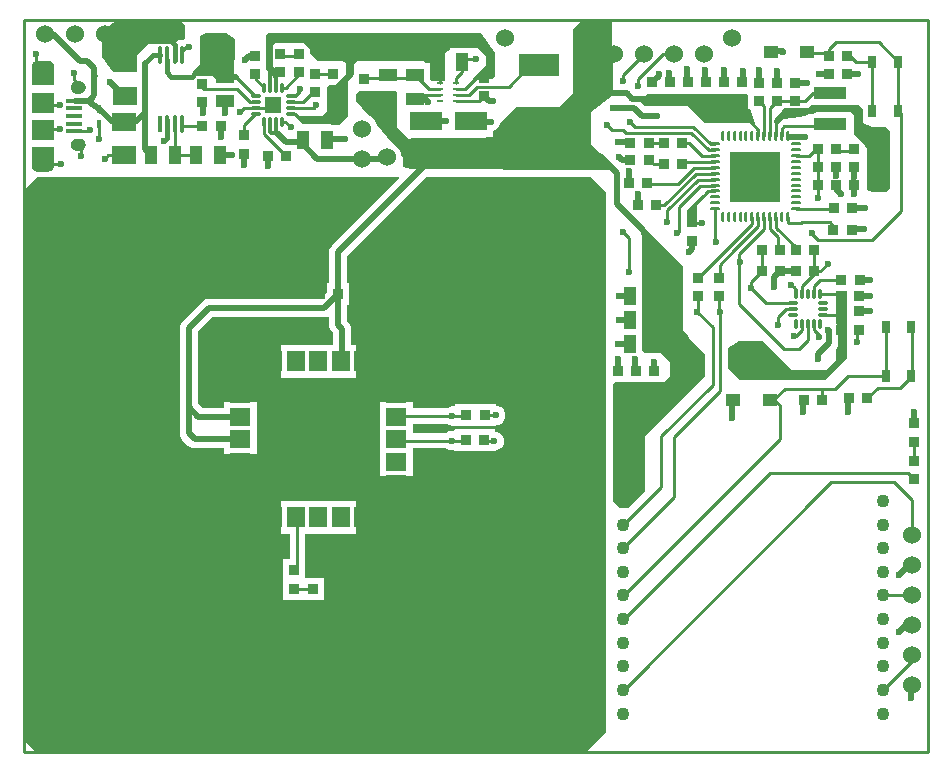
<source format=gtl>
G04 Layer_Physical_Order=1*
G04 Layer_Color=255*
%FSLAX25Y25*%
%MOIN*%
G70*
G01*
G75*
G04:AMPARAMS|DCode=10|XSize=11.69mil|YSize=31.5mil|CornerRadius=2.92mil|HoleSize=0mil|Usage=FLASHONLY|Rotation=90.000|XOffset=0mil|YOffset=0mil|HoleType=Round|Shape=RoundedRectangle|*
%AMROUNDEDRECTD10*
21,1,0.01169,0.02565,0,0,90.0*
21,1,0.00584,0.03150,0,0,90.0*
1,1,0.00584,0.01283,0.00292*
1,1,0.00584,0.01283,-0.00292*
1,1,0.00584,-0.01283,-0.00292*
1,1,0.00584,-0.01283,0.00292*
%
%ADD10ROUNDEDRECTD10*%
G04:AMPARAMS|DCode=11|XSize=11.69mil|YSize=31.5mil|CornerRadius=2.92mil|HoleSize=0mil|Usage=FLASHONLY|Rotation=0.000|XOffset=0mil|YOffset=0mil|HoleType=Round|Shape=RoundedRectangle|*
%AMROUNDEDRECTD11*
21,1,0.01169,0.02565,0,0,0.0*
21,1,0.00584,0.03150,0,0,0.0*
1,1,0.00584,0.00292,-0.01283*
1,1,0.00584,-0.00292,-0.01283*
1,1,0.00584,-0.00292,0.01283*
1,1,0.00584,0.00292,0.01283*
%
%ADD11ROUNDEDRECTD11*%
%ADD12R,0.17000X0.17000*%
G04:AMPARAMS|DCode=13|XSize=10mil|YSize=33.36mil|CornerRadius=2.5mil|HoleSize=0mil|Usage=FLASHONLY|Rotation=90.000|XOffset=0mil|YOffset=0mil|HoleType=Round|Shape=RoundedRectangle|*
%AMROUNDEDRECTD13*
21,1,0.01000,0.02836,0,0,90.0*
21,1,0.00500,0.03336,0,0,90.0*
1,1,0.00500,0.01418,0.00250*
1,1,0.00500,0.01418,-0.00250*
1,1,0.00500,-0.01418,-0.00250*
1,1,0.00500,-0.01418,0.00250*
%
%ADD13ROUNDEDRECTD13*%
G04:AMPARAMS|DCode=14|XSize=10mil|YSize=33.36mil|CornerRadius=2.5mil|HoleSize=0mil|Usage=FLASHONLY|Rotation=0.000|XOffset=0mil|YOffset=0mil|HoleType=Round|Shape=RoundedRectangle|*
%AMROUNDEDRECTD14*
21,1,0.01000,0.02836,0,0,0.0*
21,1,0.00500,0.03336,0,0,0.0*
1,1,0.00500,0.00250,-0.01418*
1,1,0.00500,-0.00250,-0.01418*
1,1,0.00500,-0.00250,0.01418*
1,1,0.00500,0.00250,0.01418*
%
%ADD14ROUNDEDRECTD14*%
%ADD15R,0.05500X0.05500*%
G04:AMPARAMS|DCode=16|XSize=12mil|YSize=32mil|CornerRadius=3mil|HoleSize=0mil|Usage=FLASHONLY|Rotation=0.000|XOffset=0mil|YOffset=0mil|HoleType=Round|Shape=RoundedRectangle|*
%AMROUNDEDRECTD16*
21,1,0.01200,0.02600,0,0,0.0*
21,1,0.00600,0.03200,0,0,0.0*
1,1,0.00600,0.00300,-0.01300*
1,1,0.00600,-0.00300,-0.01300*
1,1,0.00600,-0.00300,0.01300*
1,1,0.00600,0.00300,0.01300*
%
%ADD16ROUNDEDRECTD16*%
G04:AMPARAMS|DCode=17|XSize=12mil|YSize=32mil|CornerRadius=3mil|HoleSize=0mil|Usage=FLASHONLY|Rotation=270.000|XOffset=0mil|YOffset=0mil|HoleType=Round|Shape=RoundedRectangle|*
%AMROUNDEDRECTD17*
21,1,0.01200,0.02600,0,0,270.0*
21,1,0.00600,0.03200,0,0,270.0*
1,1,0.00600,-0.01300,-0.00300*
1,1,0.00600,-0.01300,0.00300*
1,1,0.00600,0.01300,0.00300*
1,1,0.00600,0.01300,-0.00300*
%
%ADD17ROUNDEDRECTD17*%
%ADD18R,0.02165X0.00984*%
G04:AMPARAMS|DCode=19|XSize=9.84mil|YSize=21.65mil|CornerRadius=2.46mil|HoleSize=0mil|Usage=FLASHONLY|Rotation=90.000|XOffset=0mil|YOffset=0mil|HoleType=Round|Shape=RoundedRectangle|*
%AMROUNDEDRECTD19*
21,1,0.00984,0.01673,0,0,90.0*
21,1,0.00492,0.02165,0,0,90.0*
1,1,0.00492,0.00837,0.00246*
1,1,0.00492,0.00837,-0.00246*
1,1,0.00492,-0.00837,-0.00246*
1,1,0.00492,-0.00837,0.00246*
%
%ADD19ROUNDEDRECTD19*%
%ADD20R,0.07480X0.07087*%
%ADD21R,0.05315X0.01575*%
%ADD22R,0.08000X0.06000*%
%ADD23R,0.10630X0.06299*%
%ADD24R,0.04000X0.06000*%
%ADD25R,0.06000X0.04000*%
%ADD26R,0.03347X0.03347*%
%ADD27R,0.03347X0.03347*%
%ADD28R,0.04921X0.04331*%
%ADD29R,0.10630X0.03937*%
%ADD30R,0.02559X0.04134*%
%ADD31R,0.13386X0.07283*%
%ADD32R,0.01575X0.03150*%
G04:AMPARAMS|DCode=33|XSize=58mil|YSize=14mil|CornerRadius=3.5mil|HoleSize=0mil|Usage=FLASHONLY|Rotation=90.000|XOffset=0mil|YOffset=0mil|HoleType=Round|Shape=RoundedRectangle|*
%AMROUNDEDRECTD33*
21,1,0.05800,0.00700,0,0,90.0*
21,1,0.05100,0.01400,0,0,90.0*
1,1,0.00700,0.00350,0.02550*
1,1,0.00700,0.00350,-0.02550*
1,1,0.00700,-0.00350,-0.02550*
1,1,0.00700,-0.00350,0.02550*
%
%ADD33ROUNDEDRECTD33*%
%ADD34R,0.01400X0.05800*%
%ADD35R,0.07087X0.05905*%
%ADD36R,0.05905X0.07087*%
%ADD37C,0.02000*%
%ADD38C,0.01000*%
%ADD39C,0.01500*%
%ADD40C,0.01200*%
%ADD41O,0.07480X0.03740*%
%ADD42C,0.04134*%
%ADD43C,0.04331*%
%ADD44C,0.02362*%
%ADD45C,0.06000*%
%ADD46C,0.01968*%
G36*
X18518Y204517D02*
X18625Y204508D01*
X18733Y204494D01*
X18839Y204474D01*
X18944Y204449D01*
X19048Y204418D01*
X19150Y204382D01*
X19250Y204341D01*
X19348Y204294D01*
X19443Y204243D01*
X19535Y204186D01*
X19624Y204125D01*
X19710Y204059D01*
X19793Y203989D01*
X19871Y203914D01*
X19945Y203836D01*
X20016Y203753D01*
X20082Y203668D01*
X20143Y203578D01*
X20199Y203486D01*
X20251Y203391D01*
X20298Y203293D01*
X20339Y203193D01*
X20375Y203092D01*
X20406Y202988D01*
X20431Y202883D01*
X20451Y202776D01*
X20465Y202669D01*
X20473Y202561D01*
X20476Y202453D01*
X20473Y202345D01*
X20465Y202237D01*
X20451Y202129D01*
X20431Y202023D01*
X20406Y201918D01*
X20375Y201814D01*
X20339Y201712D01*
X20298Y201612D01*
X20251Y201514D01*
X20199Y201419D01*
X20143Y201327D01*
X20082Y201238D01*
X20016Y201152D01*
X19945Y201070D01*
X19871Y200991D01*
X19793Y200917D01*
X19710Y200847D01*
X19624Y200781D01*
X19535Y200719D01*
X19443Y200663D01*
X19348Y200611D01*
X19250Y200565D01*
X19150Y200523D01*
X19048Y200487D01*
X18944Y200456D01*
X18839Y200431D01*
X18733Y200411D01*
X18625Y200397D01*
X18518Y200389D01*
X18409Y200386D01*
X17622D01*
X17514Y200389D01*
X17406Y200397D01*
X17299Y200411D01*
X17192Y200431D01*
X17087Y200456D01*
X16983Y200487D01*
X16881Y200523D01*
X16781Y200565D01*
X16684Y200611D01*
X16589Y200663D01*
X16496Y200719D01*
X16407Y200781D01*
X16321Y200847D01*
X16239Y200917D01*
X16161Y200991D01*
X16086Y201070D01*
X16016Y201152D01*
X15950Y201238D01*
X15889Y201327D01*
X15832Y201419D01*
X15780Y201514D01*
X15734Y201612D01*
X15692Y201712D01*
X15656Y201814D01*
X15626Y201918D01*
X15600Y202023D01*
X15581Y202129D01*
X15566Y202237D01*
X15558Y202345D01*
X15555Y202453D01*
X15558Y202561D01*
X15566Y202669D01*
X15581Y202776D01*
X15600Y202883D01*
X15626Y202988D01*
X15656Y203092D01*
X15692Y203193D01*
X15734Y203293D01*
X15780Y203391D01*
X15832Y203486D01*
X15889Y203578D01*
X15950Y203668D01*
X16016Y203753D01*
X16086Y203836D01*
X16161Y203914D01*
X16239Y203989D01*
X16321Y204059D01*
X16407Y204125D01*
X16496Y204186D01*
X16589Y204243D01*
X16684Y204294D01*
X16781Y204341D01*
X16881Y204382D01*
X16983Y204418D01*
X17087Y204449D01*
X17192Y204474D01*
X17299Y204494D01*
X17406Y204508D01*
X17514Y204517D01*
X17622Y204520D01*
X18409D01*
X18518Y204517D01*
D02*
G37*
G36*
X9945Y195465D02*
X9942Y195361D01*
X9934Y195259D01*
X9921Y195157D01*
X9902Y195055D01*
X9878Y194955D01*
X9849Y194856D01*
X9814Y194759D01*
X9775Y194664D01*
X9730Y194571D01*
X9681Y194480D01*
X9627Y194392D01*
X9569Y194307D01*
X9506Y194226D01*
X9439Y194147D01*
X9368Y194073D01*
X9294Y194002D01*
X9215Y193935D01*
X9133Y193872D01*
X9048Y193814D01*
X8961Y193760D01*
X8870Y193711D01*
X8777Y193666D01*
X8682Y193627D01*
X8585Y193592D01*
X8486Y193563D01*
X8386Y193539D01*
X8284Y193520D01*
X8182Y193507D01*
X8079Y193499D01*
X7976Y193496D01*
X4433D01*
X4330Y193499D01*
X4227Y193507D01*
X4125Y193520D01*
X4024Y193539D01*
X3924Y193563D01*
X3825Y193592D01*
X3728Y193627D01*
X3632Y193666D01*
X3539Y193711D01*
X3449Y193760D01*
X3361Y193814D01*
X3276Y193872D01*
X3194Y193935D01*
X3116Y194002D01*
X3041Y194073D01*
X2970Y194147D01*
X2903Y194226D01*
X2840Y194307D01*
X2782Y194392D01*
X2728Y194480D01*
X2679Y194571D01*
X2635Y194664D01*
X2595Y194759D01*
X2561Y194856D01*
X2532Y194955D01*
X2508Y195055D01*
X2489Y195157D01*
X2475Y195259D01*
X2467Y195361D01*
X2465Y195465D01*
Y201764D01*
X9945D01*
Y195465D01*
D02*
G37*
G36*
X241406Y218831D02*
Y213410D01*
X242278D01*
X242840Y211814D01*
X243659Y209408D01*
X243279Y208974D01*
X242967Y209036D01*
X242577D01*
X241481Y209700D01*
X226914D01*
X221260Y215354D01*
X211512D01*
X211100Y215409D01*
X210688Y215354D01*
X207087D01*
X205700Y216741D01*
Y217511D01*
X207480Y219291D01*
X240945D01*
X241406Y218831D01*
D02*
G37*
G36*
X196100Y218755D02*
X189000Y213422D01*
X189000Y202700D01*
X195276Y196424D01*
X195276Y194448D01*
X194922Y194095D01*
X190551D01*
X129100Y194500D01*
X126200Y195195D01*
Y198505D01*
X125753Y199101D01*
X125697Y199530D01*
X125193Y200747D01*
X124391Y201791D01*
X123347Y202593D01*
X122632Y202889D01*
X117525Y208962D01*
X117502Y209137D01*
X116998Y210353D01*
X116197Y211398D01*
X115152Y212199D01*
X114616Y212421D01*
X110662Y217123D01*
X110662Y219485D01*
X111450Y220272D01*
X124048D01*
X124442Y219879D01*
Y208068D01*
X126527Y205983D01*
Y205162D01*
X127347D01*
X127985Y204524D01*
X128477D01*
X129100Y204724D01*
X153543D01*
X153981Y205162D01*
X156157D01*
Y207078D01*
X156330Y207101D01*
X157104Y207421D01*
X157769Y207931D01*
X158279Y208596D01*
X158599Y209370D01*
X158661Y209843D01*
X163779Y214961D01*
X178347D01*
X183071Y219685D01*
Y241000D01*
X185800Y244100D01*
X196100D01*
Y218755D01*
D02*
G37*
G36*
X194095Y186614D02*
Y6693D01*
X187402Y0D01*
X3937D01*
X0Y3937D01*
Y187402D01*
X4331Y191732D01*
X124800D01*
X124991Y191270D01*
X102486Y168766D01*
X102006Y168139D01*
X101703Y167409D01*
X101600Y166626D01*
Y156528D01*
X101051D01*
Y153460D01*
X98599Y151008D01*
X61466D01*
X60683Y150905D01*
X59954Y150603D01*
X59327Y150122D01*
X59327Y150122D01*
X52683Y143478D01*
X52202Y142851D01*
X51900Y142122D01*
X51797Y141339D01*
Y114961D01*
Y106299D01*
X51900Y105516D01*
X52202Y104786D01*
X52683Y104160D01*
X54671Y102171D01*
X55298Y101690D01*
X56028Y101388D01*
X56811Y101285D01*
X66504D01*
Y99358D01*
X77591D01*
Y106839D01*
Y116744D01*
X66504D01*
Y114817D01*
X59246D01*
X57849Y116214D01*
Y140085D01*
X62720Y144956D01*
X99852D01*
X100636Y145060D01*
X101100Y145252D01*
X101261Y145193D01*
X101600Y144943D01*
Y142456D01*
X101703Y141673D01*
X102006Y140943D01*
X102486Y140316D01*
X103009Y139793D01*
Y135839D01*
X85598D01*
Y124752D01*
X110465D01*
Y135839D01*
X109061D01*
Y141047D01*
X109061Y141047D01*
X108958Y141830D01*
X108656Y142560D01*
X108175Y143186D01*
X107652Y143710D01*
Y149181D01*
X108398D01*
Y156528D01*
X107652D01*
Y165373D01*
X134011Y191732D01*
X188976D01*
X194095Y186614D01*
D02*
G37*
G36*
X219600Y162100D02*
X219600Y140200D01*
X226935Y132865D01*
Y125435D01*
X219600Y118100D01*
X219262Y117762D01*
X219262Y117762D01*
X207000Y105500D01*
Y87000D01*
X207000Y87000D01*
X201500Y81500D01*
X198500D01*
X196134Y83866D01*
Y107566D01*
Y107569D01*
Y122534D01*
X196930Y123330D01*
X213579D01*
Y123579D01*
X215400Y125400D01*
X215300Y125500D01*
Y130200D01*
X212300Y133200D01*
X211070D01*
X210830Y133299D01*
X210000Y133408D01*
X209170Y133299D01*
X208930Y133200D01*
X206900D01*
X205900Y134200D01*
Y175147D01*
X206362Y175338D01*
X219600Y162100D01*
D02*
G37*
G36*
X226514Y185407D02*
X226465Y185160D01*
Y184665D01*
X224200Y182400D01*
Y178200D01*
X220900D01*
Y180500D01*
X226054Y185653D01*
X226514Y185407D01*
D02*
G37*
G36*
X274200Y153600D02*
X274200Y131100D01*
X267000Y123900D01*
X238600Y123900D01*
X234500Y128000D01*
X234500Y134588D01*
X238200Y137200D01*
X246300Y137200D01*
X256000Y127500D01*
X267200D01*
X270500Y130800D01*
Y134369D01*
X270820Y134787D01*
X271123Y135517D01*
X271226Y136300D01*
Y140304D01*
X271291Y140800D01*
X271182Y141630D01*
X270861Y142404D01*
X270500Y142875D01*
Y153400D01*
X270913Y153610D01*
X274190D01*
X274200Y153600D01*
D02*
G37*
G36*
X70111Y237726D02*
X69908Y223549D01*
X64502D01*
X63099Y224953D01*
Y226524D01*
X56636D01*
X56431Y226981D01*
X58694Y229521D01*
Y238689D01*
X60662Y239564D01*
X67355D01*
X70111Y237726D01*
D02*
G37*
G36*
X8079Y230501D02*
X8182Y230493D01*
X8284Y230480D01*
X8386Y230461D01*
X8486Y230437D01*
X8585Y230408D01*
X8682Y230373D01*
X8777Y230334D01*
X8870Y230289D01*
X8961Y230240D01*
X9048Y230186D01*
X9133Y230128D01*
X9215Y230065D01*
X9294Y229998D01*
X9368Y229927D01*
X9439Y229853D01*
X9506Y229774D01*
X9569Y229693D01*
X9627Y229608D01*
X9681Y229520D01*
X9730Y229429D01*
X9775Y229336D01*
X9814Y229241D01*
X9849Y229144D01*
X9878Y229045D01*
X9902Y228945D01*
X9921Y228843D01*
X9934Y228741D01*
X9942Y228639D01*
X9945Y228535D01*
Y222236D01*
X2465D01*
Y228535D01*
X2467Y228639D01*
X2475Y228741D01*
X2489Y228843D01*
X2508Y228945D01*
X2532Y229045D01*
X2561Y229144D01*
X2595Y229241D01*
X2635Y229336D01*
X2679Y229429D01*
X2728Y229520D01*
X2782Y229608D01*
X2840Y229693D01*
X2903Y229774D01*
X2970Y229853D01*
X3041Y229927D01*
X3116Y229998D01*
X3194Y230065D01*
X3276Y230128D01*
X3361Y230186D01*
X3449Y230240D01*
X3539Y230289D01*
X3632Y230334D01*
X3728Y230373D01*
X3825Y230408D01*
X3924Y230437D01*
X4024Y230461D01*
X4125Y230480D01*
X4227Y230493D01*
X4330Y230501D01*
X4433Y230504D01*
X7976D01*
X8079Y230501D01*
D02*
G37*
G36*
X51900Y244100D02*
X53700Y242500D01*
Y238200D01*
X52848Y237446D01*
X52419D01*
X51502Y237264D01*
X50724Y236744D01*
X50469Y236362D01*
X49969D01*
X49713Y236744D01*
X48936Y237264D01*
X48019Y237446D01*
X47319D01*
X46419Y237267D01*
X45519Y237446D01*
X44819D01*
X43902Y237264D01*
X43124Y236744D01*
X42730Y236154D01*
X41200Y236200D01*
Y235900D01*
X37400Y232100D01*
X37600Y231900D01*
Y231214D01*
X37569Y231174D01*
X37267Y230445D01*
X37164Y229661D01*
Y226700D01*
X29536D01*
X26000Y231563D01*
Y240349D01*
X30889Y244100D01*
X51900Y244100D01*
D02*
G37*
G36*
X156800Y233068D02*
Y225320D01*
X156002Y224271D01*
X150884D01*
X150361Y224167D01*
X149798D01*
X149617Y224633D01*
X153900Y228570D01*
Y232153D01*
X153300Y232753D01*
X153279Y232804D01*
X152769Y233469D01*
X152104Y233979D01*
X152053Y234000D01*
X151214Y234839D01*
X149941D01*
Y235196D01*
X141941D01*
Y234623D01*
X140190Y232871D01*
Y223866D01*
X139803Y223549D01*
X139550Y223599D01*
X138778D01*
X138713Y223612D01*
X135933D01*
X135140Y224405D01*
Y229800D01*
X133812D01*
X133103Y230509D01*
X110793D01*
X109481Y228540D01*
Y225194D01*
X108000Y223620D01*
Y211900D01*
X105338Y209238D01*
X104883Y209131D01*
X104883Y209131D01*
X104883Y209131D01*
X102369D01*
X102291Y209209D01*
X93100Y209300D01*
X90679Y211721D01*
X90766Y212007D01*
X90907Y212200D01*
X99400D01*
X100807Y213607D01*
X100820Y218698D01*
Y221453D01*
X101607Y222241D01*
X103969D01*
X104182Y222453D01*
X106749D01*
Y223020D01*
Y224067D01*
Y225021D01*
X107119Y225391D01*
Y229721D01*
X106077Y230506D01*
X106078Y230509D01*
X97670D01*
X95271Y232907D01*
Y236350D01*
X81627D01*
Y229003D01*
X82184D01*
Y227016D01*
X81684Y226809D01*
X80741Y227753D01*
Y239170D01*
X81135Y239564D01*
X82184D01*
X152394Y239564D01*
X156800Y233068D01*
D02*
G37*
G36*
X18518Y223611D02*
X18625Y223603D01*
X18733Y223589D01*
X18839Y223569D01*
X18944Y223544D01*
X19048Y223513D01*
X19150Y223477D01*
X19250Y223435D01*
X19348Y223389D01*
X19443Y223337D01*
X19535Y223281D01*
X19624Y223219D01*
X19710Y223153D01*
X19793Y223083D01*
X19871Y223009D01*
X19945Y222930D01*
X20016Y222848D01*
X20082Y222762D01*
X20143Y222673D01*
X20199Y222581D01*
X20251Y222486D01*
X20298Y222388D01*
X20339Y222288D01*
X20375Y222186D01*
X20406Y222082D01*
X20431Y221977D01*
X20451Y221871D01*
X20465Y221763D01*
X20473Y221655D01*
X20476Y221547D01*
X20473Y221439D01*
X20465Y221331D01*
X20451Y221224D01*
X20431Y221117D01*
X20406Y221012D01*
X20375Y220908D01*
X20339Y220807D01*
X20298Y220707D01*
X20251Y220609D01*
X20199Y220514D01*
X20143Y220422D01*
X20082Y220332D01*
X20016Y220247D01*
X19945Y220164D01*
X19871Y220086D01*
X19793Y220011D01*
X19710Y219941D01*
X19624Y219875D01*
X19535Y219814D01*
X19443Y219757D01*
X19348Y219706D01*
X19250Y219659D01*
X19150Y219618D01*
X19048Y219582D01*
X18944Y219551D01*
X18839Y219526D01*
X18733Y219506D01*
X18625Y219492D01*
X18518Y219483D01*
X18409Y219480D01*
X17622D01*
X17514Y219483D01*
X17406Y219492D01*
X17299Y219506D01*
X17192Y219526D01*
X17087Y219551D01*
X16983Y219582D01*
X16881Y219618D01*
X16781Y219659D01*
X16684Y219706D01*
X16589Y219757D01*
X16496Y219814D01*
X16407Y219875D01*
X16321Y219941D01*
X16239Y220011D01*
X16161Y220086D01*
X16086Y220164D01*
X16016Y220247D01*
X15950Y220332D01*
X15889Y220422D01*
X15832Y220514D01*
X15780Y220609D01*
X15734Y220707D01*
X15692Y220807D01*
X15656Y220908D01*
X15626Y221012D01*
X15600Y221117D01*
X15581Y221224D01*
X15566Y221331D01*
X15558Y221439D01*
X15555Y221547D01*
X15558Y221655D01*
X15566Y221763D01*
X15581Y221871D01*
X15600Y221977D01*
X15626Y222082D01*
X15656Y222186D01*
X15692Y222288D01*
X15734Y222388D01*
X15780Y222486D01*
X15832Y222581D01*
X15889Y222673D01*
X15950Y222762D01*
X16016Y222848D01*
X16086Y222930D01*
X16161Y223009D01*
X16239Y223083D01*
X16321Y223153D01*
X16407Y223219D01*
X16496Y223281D01*
X16589Y223337D01*
X16684Y223389D01*
X16781Y223435D01*
X16881Y223477D01*
X16983Y223513D01*
X17087Y223544D01*
X17192Y223569D01*
X17299Y223589D01*
X17406Y223603D01*
X17514Y223611D01*
X17622Y223614D01*
X18409D01*
X18518Y223611D01*
D02*
G37*
G36*
X279496Y214205D02*
Y209783D01*
X279647D01*
X282677Y208268D01*
X287402D01*
X288583Y207087D01*
Y187795D01*
X287402Y186614D01*
X282579D01*
X281102Y187500D01*
X281004Y201673D01*
X280248Y202429D01*
Y204815D01*
X277862D01*
X276772Y205906D01*
Y212598D01*
X275590Y213779D01*
Y213386D01*
X263976D01*
X263759Y213319D01*
X261214D01*
Y212536D01*
X258498Y211700D01*
X253112Y211112D01*
X253041Y211051D01*
X252371Y210918D01*
X251671Y210450D01*
X251171Y210639D01*
Y211964D01*
X252544Y213410D01*
X260465D01*
Y214567D01*
X261024D01*
X261243Y214723D01*
X261267Y214728D01*
X262094Y215281D01*
X262272Y215459D01*
X262402Y215551D01*
X267020Y215618D01*
X275200D01*
X275590Y215354D01*
Y215354D01*
X275984Y215748D01*
X277953D01*
X279496Y214205D01*
D02*
G37*
%LPC*%
G36*
X18409Y203732D02*
X17622D01*
X17555Y203731D01*
X17488Y203725D01*
X17422Y203716D01*
X17356Y203704D01*
X17291Y203689D01*
X17227Y203670D01*
X17164Y203647D01*
X17102Y203622D01*
X17041Y203593D01*
X16982Y203561D01*
X16925Y203526D01*
X16870Y203488D01*
X16817Y203447D01*
X16766Y203404D01*
X16717Y203358D01*
X16671Y203309D01*
X16628Y203258D01*
X16587Y203205D01*
X16549Y203150D01*
X16514Y203093D01*
X16482Y203034D01*
X16453Y202973D01*
X16428Y202911D01*
X16405Y202848D01*
X16386Y202784D01*
X16371Y202719D01*
X16358Y202653D01*
X16350Y202587D01*
X16344Y202520D01*
X16342Y202453D01*
X16344Y202386D01*
X16350Y202319D01*
X16358Y202253D01*
X16371Y202187D01*
X16386Y202122D01*
X16405Y202057D01*
X16428Y201994D01*
X16453Y201932D01*
X16482Y201872D01*
X16514Y201813D01*
X16549Y201756D01*
X16587Y201701D01*
X16628Y201647D01*
X16671Y201597D01*
X16717Y201548D01*
X16766Y201502D01*
X16817Y201458D01*
X16870Y201418D01*
X16925Y201380D01*
X16982Y201345D01*
X17041Y201313D01*
X17102Y201284D01*
X17164Y201258D01*
X17227Y201236D01*
X17291Y201217D01*
X17356Y201201D01*
X17422Y201189D01*
X17488Y201180D01*
X17555Y201175D01*
X17622Y201173D01*
X18409D01*
X18476Y201175D01*
X18543Y201180D01*
X18610Y201189D01*
X18676Y201201D01*
X18741Y201217D01*
X18805Y201236D01*
X18868Y201258D01*
X18930Y201284D01*
X18990Y201313D01*
X19049Y201345D01*
X19106Y201380D01*
X19162Y201418D01*
X19215Y201458D01*
X19266Y201502D01*
X19314Y201548D01*
X19360Y201597D01*
X19404Y201647D01*
X19445Y201701D01*
X19483Y201756D01*
X19518Y201813D01*
X19549Y201872D01*
X19578Y201932D01*
X19604Y201994D01*
X19626Y202057D01*
X19645Y202122D01*
X19661Y202187D01*
X19673Y202253D01*
X19682Y202319D01*
X19687Y202386D01*
X19689Y202453D01*
X19687Y202520D01*
X19682Y202587D01*
X19673Y202653D01*
X19661Y202719D01*
X19645Y202784D01*
X19626Y202848D01*
X19604Y202911D01*
X19578Y202973D01*
X19549Y203034D01*
X19518Y203093D01*
X19483Y203150D01*
X19445Y203205D01*
X19404Y203258D01*
X19360Y203309D01*
X19314Y203358D01*
X19266Y203404D01*
X19215Y203447D01*
X19162Y203488D01*
X19106Y203526D01*
X19049Y203561D01*
X18990Y203593D01*
X18930Y203622D01*
X18868Y203647D01*
X18805Y203670D01*
X18741Y203689D01*
X18676Y203704D01*
X18610Y203716D01*
X18543Y203725D01*
X18476Y203731D01*
X18409Y203732D01*
D02*
G37*
G36*
X7976Y199795D02*
X4433D01*
X4371Y199794D01*
X4310Y199789D01*
X4248Y199781D01*
X4188Y199769D01*
X4127Y199755D01*
X4068Y199738D01*
X4010Y199717D01*
X3953Y199693D01*
X3897Y199667D01*
X3842Y199637D01*
X3790Y199605D01*
X3739Y199570D01*
X3690Y199532D01*
X3643Y199492D01*
X3598Y199449D01*
X3555Y199405D01*
X3515Y199357D01*
X3478Y199308D01*
X3443Y199257D01*
X3410Y199205D01*
X3381Y199150D01*
X3354Y199095D01*
X3330Y199037D01*
X3310Y198979D01*
X3292Y198920D01*
X3278Y198860D01*
X3266Y198799D01*
X3258Y198738D01*
X3254Y198676D01*
X3252Y198614D01*
Y197728D01*
X3254Y197667D01*
X3258Y197605D01*
X3266Y197544D01*
X3278Y197483D01*
X3292Y197423D01*
X3310Y197363D01*
X3330Y197305D01*
X3354Y197248D01*
X3381Y197192D01*
X3410Y197138D01*
X3443Y197085D01*
X3478Y197034D01*
X3515Y196985D01*
X3555Y196938D01*
X3598Y196893D01*
X3643Y196851D01*
X3690Y196810D01*
X3739Y196773D01*
X3790Y196738D01*
X3842Y196705D01*
X3897Y196676D01*
X3953Y196649D01*
X4010Y196626D01*
X4068Y196605D01*
X4127Y196588D01*
X4188Y196573D01*
X4248Y196562D01*
X4310Y196554D01*
X4371Y196549D01*
X4433Y196547D01*
X8075D01*
X8132Y196549D01*
X8188Y196553D01*
X8244Y196561D01*
X8300Y196571D01*
X8355Y196584D01*
X8409Y196600D01*
X8463Y196619D01*
X8515Y196641D01*
X8566Y196665D01*
X8616Y196692D01*
X8664Y196722D01*
X8711Y196754D01*
X8756Y196789D01*
X8799Y196825D01*
X8840Y196864D01*
X8879Y196906D01*
X8916Y196949D01*
X8951Y196994D01*
X8983Y197040D01*
X9012Y197089D01*
X9040Y197138D01*
X9064Y197190D01*
X9086Y197242D01*
X9104Y197295D01*
X9121Y197350D01*
X9134Y197405D01*
X9144Y197460D01*
X9152Y197517D01*
X9156Y197573D01*
X9157Y197630D01*
Y198614D01*
X9156Y198676D01*
X9151Y198738D01*
X9143Y198799D01*
X9132Y198860D01*
X9117Y198920D01*
X9100Y198979D01*
X9079Y199037D01*
X9055Y199095D01*
X9029Y199150D01*
X8999Y199205D01*
X8967Y199257D01*
X8932Y199308D01*
X8894Y199357D01*
X8854Y199405D01*
X8811Y199449D01*
X8767Y199492D01*
X8720Y199532D01*
X8671Y199570D01*
X8620Y199605D01*
X8567Y199637D01*
X8513Y199667D01*
X8457Y199693D01*
X8400Y199717D01*
X8341Y199738D01*
X8282Y199755D01*
X8222Y199769D01*
X8161Y199781D01*
X8100Y199789D01*
X8038Y199794D01*
X7976Y199795D01*
D02*
G37*
G36*
X129559Y116744D02*
X118473D01*
Y106839D01*
Y99358D01*
Y91878D01*
X129559D01*
Y99358D01*
Y101251D01*
X140690D01*
X140989Y101021D01*
X141763Y100701D01*
X142594Y100591D01*
X143076Y100655D01*
X143576Y100255D01*
Y100227D01*
X157024D01*
Y100534D01*
X157530Y100601D01*
X158304Y100921D01*
X158969Y101431D01*
X159479Y102096D01*
X159799Y102870D01*
X159908Y103700D01*
X159799Y104530D01*
X159479Y105304D01*
X158969Y105969D01*
X158304Y106479D01*
X157530Y106799D01*
X157024Y106866D01*
Y107573D01*
X143576D01*
Y107345D01*
X143076Y106945D01*
X142594Y107009D01*
X141763Y106899D01*
X140989Y106579D01*
X140690Y106349D01*
X129559D01*
Y109451D01*
X140792D01*
X141092Y109221D01*
X141865Y108901D01*
X142696Y108791D01*
X143178Y108855D01*
X143678Y108627D01*
Y108627D01*
X157127D01*
Y109027D01*
X157200Y109091D01*
X158030Y109201D01*
X158804Y109521D01*
X159469Y110031D01*
X159979Y110696D01*
X160299Y111470D01*
X160408Y112300D01*
X160299Y113130D01*
X159979Y113904D01*
X159469Y114569D01*
X158804Y115079D01*
X158030Y115399D01*
X157200Y115508D01*
X157127Y115573D01*
Y115973D01*
X143678D01*
Y115545D01*
X143178Y115145D01*
X142696Y115208D01*
X141865Y115099D01*
X141092Y114779D01*
X140792Y114549D01*
X129559D01*
Y116744D01*
D02*
G37*
G36*
X110465Y83870D02*
X85598D01*
Y72783D01*
X88526D01*
Y64264D01*
X86327D01*
Y56918D01*
Y50815D01*
X99803D01*
Y58162D01*
X93673D01*
Y64264D01*
X93624D01*
Y72783D01*
X110465D01*
Y83870D01*
D02*
G37*
G36*
X7976Y227453D02*
X4335D01*
X4278Y227451D01*
X4222Y227447D01*
X4165Y227439D01*
X4109Y227429D01*
X4054Y227416D01*
X4000Y227400D01*
X3947Y227381D01*
X3894Y227359D01*
X3843Y227335D01*
X3793Y227308D01*
X3745Y227278D01*
X3698Y227246D01*
X3653Y227211D01*
X3610Y227175D01*
X3569Y227136D01*
X3530Y227095D01*
X3493Y227051D01*
X3459Y227007D01*
X3427Y226960D01*
X3397Y226911D01*
X3370Y226862D01*
X3346Y226810D01*
X3324Y226758D01*
X3305Y226705D01*
X3289Y226650D01*
X3276Y226595D01*
X3265Y226539D01*
X3258Y226483D01*
X3254Y226427D01*
X3252Y226370D01*
Y225386D01*
X3254Y225324D01*
X3258Y225262D01*
X3266Y225201D01*
X3278Y225140D01*
X3292Y225080D01*
X3310Y225021D01*
X3330Y224963D01*
X3354Y224905D01*
X3381Y224850D01*
X3410Y224795D01*
X3443Y224743D01*
X3478Y224692D01*
X3515Y224642D01*
X3555Y224595D01*
X3598Y224551D01*
X3643Y224508D01*
X3690Y224468D01*
X3739Y224430D01*
X3790Y224395D01*
X3842Y224363D01*
X3897Y224334D01*
X3953Y224307D01*
X4010Y224283D01*
X4068Y224262D01*
X4127Y224245D01*
X4188Y224231D01*
X4248Y224219D01*
X4310Y224211D01*
X4371Y224206D01*
X4433Y224205D01*
X7976D01*
X8038Y224206D01*
X8100Y224211D01*
X8161Y224219D01*
X8222Y224231D01*
X8282Y224245D01*
X8341Y224262D01*
X8400Y224283D01*
X8457Y224307D01*
X8513Y224334D01*
X8567Y224363D01*
X8620Y224395D01*
X8671Y224430D01*
X8720Y224468D01*
X8767Y224508D01*
X8811Y224551D01*
X8854Y224595D01*
X8894Y224642D01*
X8932Y224692D01*
X8967Y224743D01*
X8999Y224795D01*
X9029Y224850D01*
X9055Y224905D01*
X9079Y224963D01*
X9100Y225021D01*
X9117Y225080D01*
X9132Y225140D01*
X9143Y225201D01*
X9151Y225262D01*
X9156Y225324D01*
X9157Y225386D01*
Y226272D01*
X9156Y226333D01*
X9151Y226395D01*
X9143Y226456D01*
X9132Y226517D01*
X9117Y226577D01*
X9100Y226637D01*
X9079Y226695D01*
X9055Y226752D01*
X9029Y226808D01*
X8999Y226862D01*
X8967Y226915D01*
X8932Y226966D01*
X8894Y227015D01*
X8854Y227062D01*
X8811Y227107D01*
X8767Y227149D01*
X8720Y227189D01*
X8671Y227227D01*
X8620Y227262D01*
X8567Y227294D01*
X8513Y227324D01*
X8457Y227351D01*
X8400Y227374D01*
X8341Y227395D01*
X8282Y227413D01*
X8222Y227427D01*
X8161Y227438D01*
X8100Y227446D01*
X8038Y227451D01*
X7976Y227453D01*
D02*
G37*
G36*
X18409Y222827D02*
X17622D01*
X17555Y222825D01*
X17488Y222820D01*
X17422Y222811D01*
X17356Y222799D01*
X17291Y222783D01*
X17227Y222764D01*
X17164Y222742D01*
X17102Y222716D01*
X17041Y222687D01*
X16982Y222655D01*
X16925Y222620D01*
X16870Y222582D01*
X16817Y222542D01*
X16766Y222498D01*
X16717Y222452D01*
X16671Y222403D01*
X16628Y222353D01*
X16587Y222299D01*
X16549Y222244D01*
X16514Y222187D01*
X16482Y222128D01*
X16453Y222068D01*
X16428Y222006D01*
X16405Y221943D01*
X16386Y221878D01*
X16371Y221813D01*
X16358Y221747D01*
X16350Y221681D01*
X16344Y221614D01*
X16342Y221547D01*
X16344Y221480D01*
X16350Y221413D01*
X16358Y221347D01*
X16371Y221281D01*
X16386Y221216D01*
X16405Y221152D01*
X16428Y221089D01*
X16453Y221027D01*
X16482Y220966D01*
X16514Y220907D01*
X16549Y220850D01*
X16587Y220795D01*
X16628Y220742D01*
X16671Y220691D01*
X16717Y220642D01*
X16766Y220596D01*
X16817Y220553D01*
X16870Y220512D01*
X16925Y220474D01*
X16982Y220439D01*
X17041Y220407D01*
X17102Y220378D01*
X17164Y220353D01*
X17227Y220330D01*
X17291Y220311D01*
X17356Y220296D01*
X17422Y220284D01*
X17488Y220275D01*
X17555Y220269D01*
X17622Y220268D01*
X18409D01*
X18476Y220269D01*
X18543Y220275D01*
X18610Y220284D01*
X18676Y220296D01*
X18741Y220311D01*
X18805Y220330D01*
X18868Y220353D01*
X18930Y220378D01*
X18990Y220407D01*
X19049Y220439D01*
X19106Y220474D01*
X19162Y220512D01*
X19215Y220553D01*
X19266Y220596D01*
X19314Y220642D01*
X19360Y220691D01*
X19404Y220742D01*
X19445Y220795D01*
X19483Y220850D01*
X19518Y220907D01*
X19549Y220966D01*
X19578Y221027D01*
X19604Y221089D01*
X19626Y221152D01*
X19645Y221216D01*
X19661Y221281D01*
X19673Y221347D01*
X19682Y221413D01*
X19687Y221480D01*
X19689Y221547D01*
X19687Y221614D01*
X19682Y221681D01*
X19673Y221747D01*
X19661Y221813D01*
X19645Y221878D01*
X19626Y221943D01*
X19604Y222006D01*
X19578Y222068D01*
X19549Y222128D01*
X19518Y222187D01*
X19483Y222244D01*
X19445Y222299D01*
X19404Y222353D01*
X19360Y222403D01*
X19314Y222452D01*
X19266Y222498D01*
X19215Y222542D01*
X19162Y222582D01*
X19106Y222620D01*
X19049Y222655D01*
X18990Y222687D01*
X18930Y222716D01*
X18868Y222742D01*
X18805Y222764D01*
X18741Y222783D01*
X18676Y222799D01*
X18610Y222811D01*
X18543Y222820D01*
X18476Y222825D01*
X18409Y222827D01*
D02*
G37*
%LPD*%
D10*
X266335Y147812D02*
D03*
Y145843D02*
D03*
Y149780D02*
D03*
X256295Y147812D02*
D03*
Y149780D02*
D03*
Y145843D02*
D03*
D11*
X265252Y142792D02*
D03*
X263283D02*
D03*
X261315D02*
D03*
X259347D02*
D03*
X257378D02*
D03*
X261315Y152831D02*
D03*
X263283D02*
D03*
X265252D02*
D03*
X259347D02*
D03*
X257378D02*
D03*
D12*
X243701Y191800D02*
D03*
D13*
X230177Y202627D02*
D03*
Y200658D02*
D03*
Y198690D02*
D03*
Y196721D02*
D03*
Y194753D02*
D03*
Y192784D02*
D03*
Y190816D02*
D03*
Y188847D02*
D03*
Y186879D02*
D03*
Y184910D02*
D03*
Y182942D02*
D03*
Y180973D02*
D03*
X257224D02*
D03*
Y182942D02*
D03*
Y184910D02*
D03*
Y186879D02*
D03*
Y188847D02*
D03*
Y190816D02*
D03*
Y192784D02*
D03*
Y194753D02*
D03*
Y196721D02*
D03*
Y198690D02*
D03*
Y200658D02*
D03*
Y202627D02*
D03*
D14*
X232874Y178276D02*
D03*
X234842D02*
D03*
X236811D02*
D03*
X238779D02*
D03*
X240748D02*
D03*
X242717D02*
D03*
X244685D02*
D03*
X246654D02*
D03*
X248622D02*
D03*
X250591D02*
D03*
X252559D02*
D03*
X254528D02*
D03*
Y205324D02*
D03*
X252559D02*
D03*
X250591D02*
D03*
X248622D02*
D03*
X246654D02*
D03*
X244685D02*
D03*
X242717D02*
D03*
X240748D02*
D03*
X238779D02*
D03*
X236811D02*
D03*
X234842D02*
D03*
X232874D02*
D03*
D15*
X83000Y215700D02*
D03*
D16*
X80000Y209900D02*
D03*
X82000D02*
D03*
X84000D02*
D03*
X86000D02*
D03*
Y221500D02*
D03*
X84000D02*
D03*
X82000D02*
D03*
X80000D02*
D03*
D17*
X88800Y212700D02*
D03*
Y214700D02*
D03*
Y216700D02*
D03*
Y218700D02*
D03*
X77200D02*
D03*
Y216700D02*
D03*
Y214700D02*
D03*
Y212700D02*
D03*
D18*
X138713Y223032D02*
D03*
D19*
Y221063D02*
D03*
Y219095D02*
D03*
Y217126D02*
D03*
X144028Y223032D02*
D03*
Y221063D02*
D03*
Y219095D02*
D03*
Y217126D02*
D03*
D20*
X6205Y207472D02*
D03*
Y216528D02*
D03*
D21*
X16736Y206882D02*
D03*
Y217118D02*
D03*
Y209441D02*
D03*
Y214559D02*
D03*
Y212000D02*
D03*
D22*
X33595Y218709D02*
D03*
Y229710D02*
D03*
X33382Y198900D02*
D03*
Y209900D02*
D03*
D23*
X148842Y199288D02*
D03*
Y210312D02*
D03*
X133842Y199288D02*
D03*
Y210312D02*
D03*
D24*
X57154Y198898D02*
D03*
X65154D02*
D03*
X42353D02*
D03*
X50353D02*
D03*
X145941Y230196D02*
D03*
X137941D02*
D03*
X209900Y152200D02*
D03*
X201900D02*
D03*
X209900Y144200D02*
D03*
X201900D02*
D03*
X209900Y136200D02*
D03*
X201900D02*
D03*
X92883Y204131D02*
D03*
X100883D02*
D03*
D25*
X130140Y217800D02*
D03*
Y225800D02*
D03*
X121339D02*
D03*
Y217800D02*
D03*
X66961Y225000D02*
D03*
Y217000D02*
D03*
D26*
X239185Y223248D02*
D03*
Y217146D02*
D03*
X233185Y223248D02*
D03*
Y217146D02*
D03*
X245079Y223186D02*
D03*
Y217083D02*
D03*
X256791Y223186D02*
D03*
Y217083D02*
D03*
X250984Y223186D02*
D03*
Y217083D02*
D03*
X96130Y60591D02*
D03*
Y54489D02*
D03*
X90000Y60591D02*
D03*
Y54489D02*
D03*
X274309Y226070D02*
D03*
Y232172D02*
D03*
X197956Y127003D02*
D03*
Y120901D02*
D03*
X203906Y127003D02*
D03*
Y120901D02*
D03*
X209906Y127003D02*
D03*
Y120901D02*
D03*
X268179Y226070D02*
D03*
Y232172D02*
D03*
X222516Y170472D02*
D03*
Y176575D02*
D03*
X209185Y223248D02*
D03*
Y217146D02*
D03*
X215185Y223248D02*
D03*
Y217146D02*
D03*
X221185Y223248D02*
D03*
Y217146D02*
D03*
X227185Y223248D02*
D03*
Y217146D02*
D03*
X296500Y109551D02*
D03*
Y103449D02*
D03*
Y90949D02*
D03*
Y97051D02*
D03*
X224600Y158051D02*
D03*
Y151949D02*
D03*
X231713Y158051D02*
D03*
Y151949D02*
D03*
X59425Y222851D02*
D03*
Y216749D02*
D03*
X76946Y226024D02*
D03*
Y232127D02*
D03*
X73261Y205607D02*
D03*
Y199505D02*
D03*
X103076Y226127D02*
D03*
Y220024D02*
D03*
X85300Y232677D02*
D03*
Y226574D02*
D03*
X96946Y226127D02*
D03*
Y220024D02*
D03*
X91598Y232677D02*
D03*
Y226574D02*
D03*
X113418Y218402D02*
D03*
Y224505D02*
D03*
X153339Y224851D02*
D03*
Y218749D02*
D03*
D27*
X269749Y174100D02*
D03*
X275851D02*
D03*
X274949Y118000D02*
D03*
X281051D02*
D03*
X259949Y117500D02*
D03*
X266051D02*
D03*
X219401Y195997D02*
D03*
X213299D02*
D03*
X219416Y203109D02*
D03*
X213314D02*
D03*
X147249Y103900D02*
D03*
X153351D02*
D03*
X245963Y160297D02*
D03*
X252065D02*
D03*
X257213D02*
D03*
X263315D02*
D03*
X264567Y201142D02*
D03*
X270669D02*
D03*
X282677D02*
D03*
X276575D02*
D03*
X98622Y152854D02*
D03*
X104724D02*
D03*
X278445Y157283D02*
D03*
X272342D02*
D03*
X278366Y146989D02*
D03*
X272264D02*
D03*
X278366Y152136D02*
D03*
X272264D02*
D03*
X276559Y195012D02*
D03*
X282661D02*
D03*
X276559Y189012D02*
D03*
X282661D02*
D03*
X270661Y195012D02*
D03*
X264559D02*
D03*
X270661Y189012D02*
D03*
X264559D02*
D03*
X147351Y112300D02*
D03*
X153454D02*
D03*
X272264Y140858D02*
D03*
X278366D02*
D03*
X202064Y203109D02*
D03*
X208166D02*
D03*
X202049Y197400D02*
D03*
X208151D02*
D03*
X210751Y182297D02*
D03*
X204649D02*
D03*
X207600Y189700D02*
D03*
X201498D02*
D03*
X263315Y167409D02*
D03*
X257213D02*
D03*
X252065D02*
D03*
X245963D02*
D03*
X269849Y181213D02*
D03*
X275951D02*
D03*
X87409Y198619D02*
D03*
X81306D02*
D03*
X59349Y208700D02*
D03*
X65451D02*
D03*
D28*
X248602Y117500D02*
D03*
X236398D02*
D03*
X248810Y233490D02*
D03*
X261014D02*
D03*
D29*
X268529Y209350D02*
D03*
Y219587D02*
D03*
D30*
X291240Y230188D02*
D03*
Y213850D02*
D03*
X282776Y230188D02*
D03*
Y213850D02*
D03*
X287175Y125431D02*
D03*
Y141769D02*
D03*
X295640Y125431D02*
D03*
Y141769D02*
D03*
D31*
X171477Y229134D02*
D03*
Y200000D02*
D03*
D32*
X25021Y214359D02*
D03*
Y209241D02*
D03*
D33*
X45169Y232500D02*
D03*
X47669D02*
D03*
X50269D02*
D03*
X52769D02*
D03*
Y209500D02*
D03*
X50269D02*
D03*
X47669D02*
D03*
D34*
X45169D02*
D03*
D35*
X72047Y119272D02*
D03*
Y111791D02*
D03*
Y104311D02*
D03*
Y96831D02*
D03*
Y89350D02*
D03*
X124016D02*
D03*
Y96831D02*
D03*
Y104311D02*
D03*
Y111791D02*
D03*
Y119272D02*
D03*
D36*
X83071Y78327D02*
D03*
X90551D02*
D03*
X98032D02*
D03*
X105512D02*
D03*
X112992D02*
D03*
Y130295D02*
D03*
X105512D02*
D03*
X98032D02*
D03*
X90551D02*
D03*
X83071D02*
D03*
D37*
X109087Y231918D02*
X137941D01*
X104068Y212694D02*
X104830Y211932D01*
X104068Y212694D02*
Y213383D01*
Y220198D01*
X253669Y213610D02*
X262823D01*
X282366Y201409D02*
X282661Y201114D01*
X214001Y217291D02*
X238001D01*
X169942Y198843D02*
X191157D01*
X169942D02*
X188257Y217157D01*
X113339Y218749D02*
X114288Y217800D01*
X145933Y199433D02*
X165028D01*
X104626Y166626D02*
X137433Y199433D01*
X209500Y144700D02*
Y160839D01*
X208000Y134235D02*
Y144200D01*
X199649Y83649D02*
X206000Y90000D01*
X104626Y152756D02*
Y166626D01*
X106035Y130295D02*
Y141047D01*
X33595Y229710D02*
X40986Y237100D01*
X65839Y225300D02*
X68383D01*
X248700Y233590D02*
X253010D01*
X256606Y223000D02*
X260900D01*
X239600Y223186D02*
Y227200D01*
X209202Y223231D02*
X211500Y225529D01*
X275551Y174400D02*
X279800D01*
X201546Y203300D02*
X201846Y203600D01*
X202200Y203246D01*
X274500Y117551D02*
Y118000D01*
X198000Y127003D02*
Y131100D01*
X296686Y109551D02*
Y113500D01*
X59300Y216274D02*
X59600Y216574D01*
X65583Y204983D02*
Y208700D01*
X81207Y198520D02*
X81417Y198730D01*
X97670Y197800D02*
X120825D01*
X83135Y237300D02*
X93635D01*
X81964Y236130D02*
X83135Y237300D01*
X81964Y228119D02*
Y236130D01*
X93635Y237300D02*
X99017Y231918D01*
X133600Y217800D02*
X134700Y216700D01*
X131339Y217800D02*
X133600D01*
X130140D02*
X131339D01*
X250922Y210371D02*
X253669Y213118D01*
X250922Y210039D02*
Y210371D01*
X253669Y213118D02*
Y213610D01*
X84100Y206276D02*
X84390D01*
X87150Y203516D01*
X264600Y132700D02*
X268200Y136300D01*
X264600Y131100D02*
Y132700D01*
X268200Y136300D02*
Y140683D01*
X249987Y158219D02*
X252065Y160297D01*
X249987Y155187D02*
Y158219D01*
X209500Y160839D02*
Y164200D01*
X206119Y174015D02*
X209500Y164200D01*
X197500Y182635D02*
X206119Y174015D01*
X268083Y140800D02*
X268200Y140683D01*
X272264Y140858D02*
Y146989D01*
X267500Y125900D02*
X273214Y131614D01*
X252840Y125900D02*
X267500D01*
X250492Y128248D02*
X252840Y125900D01*
X236300Y130100D02*
X240634D01*
X240734Y130000D01*
X222839Y130100D02*
X225200D01*
X222740Y130000D02*
X222839Y130100D01*
X236000Y111300D02*
Y116700D01*
X274500Y117551D02*
X274949Y118000D01*
X274449Y117500D02*
X274500Y117551D01*
Y113300D02*
Y117551D01*
X259500Y117051D02*
X259949Y117500D01*
X259500Y113300D02*
Y117051D01*
X275235Y174716D02*
X275551Y174400D01*
X253669Y213610D02*
X254579Y212700D01*
X201595Y193800D02*
X201700D01*
X201498Y193702D02*
X201595Y193800D01*
X191784Y198700D02*
X197500Y192984D01*
X191300Y198700D02*
X191784D01*
X191157Y198843D02*
X191300Y198700D01*
X196300Y214700D02*
X203413D01*
X202768Y217719D02*
X208612D01*
X200868Y219619D02*
X202768Y217719D01*
X203413Y214700D02*
X205913Y212200D01*
X208612Y217719D02*
X209185Y217146D01*
X205913Y212200D02*
X211100D01*
X198000Y203300D02*
X201546D01*
X209185Y217146D02*
X215185D01*
X195126Y219619D02*
X200868D01*
X194600Y219816D02*
X195126D01*
Y231268D01*
X193802Y219018D02*
X194600Y219816D01*
X195126Y231268D02*
X196535Y232677D01*
X215100Y223333D02*
Y226400D01*
X211500Y225529D02*
Y226000D01*
X137941Y230196D02*
Y231918D01*
X141900Y235700D02*
X150900D01*
X153969Y225481D02*
Y227328D01*
X154700Y228059D01*
X7000Y239389D02*
X9724D01*
X18729Y230384D01*
X20950D01*
X23284Y228050D01*
X201498Y189700D02*
Y193702D01*
X197500Y182635D02*
Y192984D01*
X137941Y231918D02*
X141194Y235170D01*
X109087Y226036D02*
Y231918D01*
X56811Y104311D02*
X72047D01*
X57992Y111791D02*
X72047D01*
X153339Y218749D02*
X155064Y217024D01*
X151095Y210312D02*
X151902Y211119D01*
X99017Y231918D02*
X109087D01*
X103076Y220024D02*
X109087Y226036D01*
X153339Y224851D02*
X153969Y225481D01*
X162326Y199479D02*
X165028D01*
X92883Y202587D02*
Y204131D01*
Y202587D02*
X97670Y197800D01*
X72686Y200079D02*
X73261Y199505D01*
X165028Y199433D02*
X165074Y199479D01*
X40190Y201062D02*
X42353Y198898D01*
X137897Y199233D02*
X145733D01*
X54823Y106299D02*
X56811Y104311D01*
X54823Y106299D02*
Y114961D01*
X57992Y111791D01*
X199956Y120901D02*
X203906D01*
X54823Y114961D02*
Y141339D01*
X61466Y147982D01*
X104626Y142456D02*
Y152756D01*
Y142456D02*
X106035Y141047D01*
X203906Y120901D02*
X209906D01*
X206000Y110000D02*
X216000Y120000D01*
X213079Y120901D02*
X213980Y120000D01*
X209906Y120901D02*
X213079D01*
X216831Y141611D02*
Y149508D01*
X61466Y147982D02*
X99852D01*
X104626Y152756D01*
X104724Y152854D01*
X114288Y217800D02*
X121339D01*
Y209800D02*
Y217800D01*
Y209800D02*
X131339Y199800D01*
X272264Y146989D02*
Y152136D01*
X271568Y152831D02*
X272264Y152136D01*
X238848Y213364D02*
Y216809D01*
X239185Y217146D01*
X252065Y160297D02*
X257213D01*
X282661Y195012D02*
Y201114D01*
Y189012D02*
Y195012D01*
X282366Y201409D02*
X282410D01*
X282677Y201142D01*
X277559Y206260D02*
Y212598D01*
Y206260D02*
X282410Y201409D01*
X262823Y213610D02*
X263779Y214567D01*
X275590D02*
X277559Y212598D01*
X263779Y214567D02*
X275590D01*
X148842Y210312D02*
X151095D01*
X73457Y230607D02*
X74977Y232127D01*
X76946D01*
X221555Y166732D02*
X222516Y167693D01*
Y170472D01*
X209185Y223248D02*
X209202Y223231D01*
X65339Y233800D02*
X68383Y230757D01*
Y225300D02*
Y230757D01*
X100883Y204131D02*
X101152Y204400D01*
X106800D01*
X278445Y157283D02*
X278461Y157300D01*
X198400Y152200D02*
X201900D01*
X213980Y120000D02*
X216000D01*
X218500D01*
Y130700D01*
X215016Y134184D02*
X218500Y130700D01*
X198100Y136200D02*
X201900D01*
X210000Y127097D02*
Y130200D01*
X203600Y127309D02*
Y131000D01*
X198400Y144200D02*
X201900D01*
X204500Y182446D02*
Y186100D01*
X276859Y181500D02*
X280200D01*
X255205Y205118D02*
X255442Y204882D01*
X260388D01*
X270661Y191961D02*
Y195012D01*
X276559Y191859D02*
Y195012D01*
X270661Y187739D02*
X272400Y186000D01*
X276559Y185941D02*
Y189012D01*
X274439Y226200D02*
X278000D01*
X264800Y225900D02*
X268009D01*
X256606Y223000D02*
X256791Y223186D01*
X250900Y223270D02*
Y227200D01*
X245000Y223264D02*
Y227300D01*
X239600Y222833D02*
Y223186D01*
X239185Y223248D02*
X239247Y223186D01*
X239600Y222833D01*
X239247Y223186D02*
X239600D01*
X233200Y223263D02*
Y227300D01*
X233185Y223248D02*
X233200Y223263D01*
X226900Y223533D02*
Y227500D01*
Y223533D02*
X227185Y223248D01*
X221000Y223433D02*
Y227600D01*
Y223433D02*
X221185Y223248D01*
X215185Y223231D02*
Y223248D01*
X215100Y223333D02*
X215185Y223248D01*
X198300Y198400D02*
X199300Y197400D01*
X202049D01*
X81207Y195500D02*
Y198520D01*
X73261Y195561D02*
Y199505D01*
X65156Y198900D02*
X69300D01*
X65154Y198898D02*
X65156Y198900D01*
X63176Y226324D02*
X64500Y225000D01*
X249444Y127200D02*
X250492Y128248D01*
X251772Y129527D01*
X83700Y225666D02*
X84058Y226024D01*
X151902Y211119D02*
X152821Y210200D01*
X133853Y210300D02*
X140600D01*
X64500Y225000D02*
X66961D01*
X70700D01*
X65500Y204900D02*
X65583Y204983D01*
X278366Y152136D02*
X282000D01*
X278366Y146989D02*
X281800D01*
X278461Y157300D02*
X281900D01*
X137433Y199433D02*
X145933D01*
X145733Y199233D02*
X145933Y199433D01*
X146300Y199800D01*
X155064Y217024D02*
X156332D01*
X152821Y210200D02*
X155500D01*
X33382Y209900D02*
X36990D01*
X40190Y213100D01*
Y201062D02*
Y213100D01*
Y229661D01*
X25021Y214359D02*
X29480Y209900D01*
X33382D01*
X28462Y223500D02*
X33208Y218754D01*
X23416Y225150D02*
X23484Y225219D01*
X21150Y217129D02*
X25021Y214359D01*
X16836Y217129D02*
X21150D01*
X22515Y218015D01*
X23416Y218916D01*
Y225150D01*
X40986Y237100D02*
X48931D01*
X244000Y135900D02*
X245399D01*
X251772Y129527D01*
X92268Y203516D02*
X92883Y204131D01*
X87150Y203516D02*
X92268D01*
X66961Y217000D02*
X67000Y213000D01*
X59425Y216749D02*
X59600Y216574D01*
X59300Y216274D02*
X59500Y216074D01*
Y213000D02*
Y216074D01*
X23284Y225419D02*
Y228050D01*
Y225419D02*
X23484Y225219D01*
X220500Y132239D02*
Y137942D01*
X216831Y141611D02*
X220500Y137942D01*
X239867Y129133D02*
X240734Y130000D01*
X239867Y129133D02*
X241800Y127200D01*
X249444D01*
X220500Y132239D02*
X222740Y130000D01*
X291500Y40000D02*
X294000Y42500D01*
X295500Y22000D02*
X296000Y22500D01*
X295500Y18000D02*
Y22000D01*
X291500Y59000D02*
X295000Y62500D01*
X206000Y90000D02*
Y110000D01*
X209500Y160839D02*
X216831Y149508D01*
X81964Y228119D02*
X82000Y228083D01*
X83700Y225666D02*
X84000Y225366D01*
X82000Y228083D02*
X84058Y226024D01*
D38*
X103233Y213000D02*
Y213528D01*
Y213000D02*
X103233Y211932D01*
X88500Y212800D02*
X90200D01*
X264567Y189020D02*
Y201142D01*
X201500Y160200D02*
Y171400D01*
X88500Y218800D02*
X90400D01*
X88500Y214800D02*
X96529D01*
X86000Y210000D02*
X87100D01*
X18016Y203664D02*
X19100Y202580D01*
X18016Y203916D02*
X19100Y202832D01*
Y198800D02*
Y202580D01*
X6205Y217739D02*
X8144Y215800D01*
X6205Y208684D02*
X7188Y207700D01*
X6205Y199382D02*
X9487Y196100D01*
X238360Y149340D02*
Y166131D01*
X207600Y189409D02*
X217953D01*
X262697Y232972D02*
X268279D01*
X261614Y231890D02*
X262697Y232972D01*
X262432Y172900D02*
X264613Y170719D01*
X231796Y157996D02*
Y162504D01*
X231300Y157500D02*
X231796Y157996D01*
X268488Y176600D02*
X270368Y174720D01*
X254528Y176228D02*
X258928D01*
X59425Y221670D02*
X60288D01*
X88684Y216616D02*
X92822D01*
X88500Y216800D02*
X90073D01*
X199592Y20500D02*
X269092Y90000D01*
X113339Y224851D02*
X129192D01*
X199525Y68025D02*
X216500Y85000D01*
X91075Y61666D02*
Y78327D01*
X274410Y232972D02*
X277193Y230188D01*
X295800Y125400D02*
Y141736D01*
X291900Y121500D02*
X295800Y125400D01*
X199592Y44000D02*
X248592Y93000D01*
X287300Y125397D02*
Y141736D01*
X274654Y125397D02*
X287300D01*
X199651Y52151D02*
X252000Y104500D01*
X270661Y200500D02*
X276559D01*
X52869Y208543D02*
X59581D01*
X85438Y232127D02*
X91568D01*
X222516Y181422D02*
X227973Y186879D01*
X230177D01*
Y171339D02*
Y180973D01*
X257224Y198690D02*
X261544D01*
X269153Y180965D02*
X269601D01*
X257233D02*
X269153D01*
X269601D02*
X269849Y181213D01*
X257224Y180973D02*
X257233Y180965D01*
X258928Y176228D02*
X259300Y176600D01*
X254528Y176228D02*
Y178276D01*
X250591Y174830D02*
X257213Y168208D01*
X250591Y174830D02*
Y178276D01*
X248622Y174253D02*
X251315Y171561D01*
X248622Y174253D02*
Y178276D01*
X238360Y166131D02*
X246654Y174425D01*
Y178276D01*
X236772Y167481D02*
X244685Y175394D01*
Y178276D01*
X224600Y158065D02*
X242717Y176181D01*
Y178276D01*
X218200Y181800D02*
X225247Y188847D01*
X230177D01*
X214400Y180765D02*
X224450Y190816D01*
X230177D01*
X213386Y182297D02*
X223873Y192784D01*
X230177D01*
X217953Y189409D02*
X223296Y194753D01*
X230177D01*
X219401Y195997D02*
X220126Y196721D01*
X230177D01*
X221590Y203109D02*
X226010Y198690D01*
X230177D01*
X222390Y206500D02*
X228232Y200658D01*
X230177D01*
X222917Y208519D02*
X228809Y202627D01*
X230177D01*
Y180973D02*
Y181102D01*
X253819Y147719D02*
X256203D01*
X251300Y145200D02*
X253819Y147719D01*
X251300Y142300D02*
Y145200D01*
X247278Y149780D02*
X256295D01*
X242400Y154659D02*
X247278Y149780D01*
X257378Y152831D02*
Y154122D01*
X256513Y154987D02*
X257378Y154122D01*
X259300Y152900D02*
Y155394D01*
X263315Y159409D01*
X259347Y152831D02*
Y153841D01*
X224600Y158051D02*
Y158065D01*
X199600Y173300D02*
X201500Y171400D01*
X218200Y173500D02*
Y181800D01*
X217700Y173000D02*
X218200Y173500D01*
X214400Y176800D02*
Y180765D01*
X265100Y138500D02*
Y138900D01*
X263283Y140717D02*
X265100Y138900D01*
X261315Y137515D02*
Y142792D01*
X258300Y134500D02*
X261315Y137515D01*
X259347Y140647D02*
Y142792D01*
X257400Y138700D02*
X259347Y140647D01*
X284551Y121500D02*
X291900D01*
X256600Y138700D02*
X257400D01*
X256203Y147719D02*
X256295Y147812D01*
X269153Y180965D02*
X269291Y181102D01*
X282530Y170719D02*
X292126Y180315D01*
X264613Y170719D02*
X282530D01*
X269749Y174100D02*
X270368Y174720D01*
X276570Y181803D02*
X276859Y181500D01*
X259300Y176600D02*
X268488D01*
X262432Y172900D02*
X262600D01*
X199600Y225742D02*
X206535Y232677D01*
X199600Y223800D02*
Y225742D01*
X203481Y208519D02*
X222917D01*
X202100Y209900D02*
X203481Y208519D01*
X203625Y206219D02*
X203906Y206500D01*
X200575Y206219D02*
X203625D01*
X199494Y207300D02*
X200575Y206219D01*
X195900Y207300D02*
X199494D01*
X204500Y221900D02*
Y224278D01*
X194200Y209000D02*
X195900Y207300D01*
X203906Y206500D02*
X222390D01*
X204500Y224278D02*
X212899Y232677D01*
X216535D01*
X144028Y221063D02*
X146863D01*
X150651Y224851D01*
X153339D01*
X137941Y230196D02*
X138713Y229425D01*
X145941Y226666D02*
Y230196D01*
Y231918D01*
X161486Y221722D02*
X168377Y228613D01*
X150884Y221722D02*
X161486D01*
X146664Y231200D02*
X150500D01*
X146661Y231198D02*
X146664Y231200D01*
X50381Y202275D02*
Y207479D01*
X50269Y207591D02*
X50381Y207479D01*
X50269Y202163D02*
X50381Y202275D01*
X50269Y198983D02*
Y202163D01*
X16700Y224074D02*
X18016Y222758D01*
X16700Y224074D02*
Y226500D01*
X52769Y233569D02*
X54100Y234900D01*
X55100D01*
X71800Y213400D02*
X73200Y214800D01*
X73250Y209150D02*
X73261Y209139D01*
Y205607D02*
Y209139D01*
X60096Y221000D02*
X70928D01*
X103233Y211000D02*
Y211932D01*
X92000Y211000D02*
X103233D01*
X90200Y212800D02*
X92000Y211000D01*
X95681Y219858D02*
X95847Y220024D01*
X95681Y219475D02*
Y219858D01*
X92822Y216616D02*
X95681Y219475D01*
X92000Y220400D02*
Y221000D01*
X90400Y218800D02*
X92000Y220400D01*
X252000Y104500D02*
Y115500D01*
X249950Y117550D02*
X252000Y115500D01*
X249950Y117550D02*
X253502Y121102D01*
X264102D01*
X209779Y195997D02*
X213299D01*
X208366Y197409D02*
X209779Y195997D01*
X219616Y197054D02*
X219819Y196850D01*
X219416Y203109D02*
X221590D01*
X153551Y103700D02*
X156700D01*
X153351Y103900D02*
X153551Y103700D01*
X124539Y111791D02*
X124748Y112000D01*
X265286Y160297D02*
X267789Y162800D01*
X263315Y160297D02*
X265286D01*
X250984Y217083D02*
X256791D01*
X138713Y223032D02*
Y229425D01*
X252559Y207776D02*
X253346Y208563D01*
X267741D02*
X268529Y209350D01*
X250591Y210039D02*
X250922Y210371D01*
X250591Y205453D02*
Y210039D01*
X248622Y205453D02*
Y214721D01*
X250984Y217083D01*
X291240Y213850D02*
X292126Y212964D01*
Y180315D02*
Y212964D01*
X208166Y203109D02*
X213314D01*
X168377Y228613D02*
X170079D01*
X59425Y221670D02*
Y222851D01*
X144028Y223032D02*
Y224753D01*
X50353Y198898D02*
X57154D01*
X50269Y198983D02*
X50353Y198898D01*
X245079Y217083D02*
X246654Y215508D01*
Y205453D02*
Y215508D01*
X222516Y176575D02*
X222713Y176378D01*
X225984D01*
X264469Y184646D02*
Y188921D01*
X264559Y189012D01*
X264567Y189020D01*
X261544Y198690D02*
X264264Y201409D01*
X263315D02*
X264264D01*
X266335Y145843D02*
X271118D01*
X265252Y152831D02*
X271568D01*
X277193Y230188D02*
X282776D01*
Y213850D02*
Y230188D01*
X252559Y205453D02*
Y207776D01*
X267441Y157283D02*
X272342D01*
X265315Y157323D02*
X267401D01*
X267441Y157283D01*
X230709Y169980D02*
Y170807D01*
X230177Y171339D02*
X230709Y170807D01*
X291240Y213850D02*
Y230188D01*
X268279Y232972D02*
Y234421D01*
X284814Y236614D02*
X291240Y230188D01*
X268279Y234421D02*
X270472Y236614D01*
X284814D01*
X256791Y217083D02*
X260292D01*
X262795Y219587D01*
X268529D01*
X131339Y217800D02*
X132634Y219095D01*
X261237Y142714D02*
X261315Y142792D01*
X251315Y168160D02*
X252065Y167409D01*
X251315Y168160D02*
Y171561D01*
X252065Y167409D02*
Y168160D01*
X257213Y167409D02*
Y168208D01*
X277756Y136811D02*
Y140248D01*
X278366Y140858D01*
X90000Y54489D02*
X96130D01*
X263315Y160297D02*
Y167409D01*
X245963Y160297D02*
Y167409D01*
X90000Y60591D02*
X91075Y61666D01*
X144028Y224753D02*
X145941Y226666D01*
Y231918D02*
X146661Y231198D01*
X96946Y226127D02*
X103076D01*
X222516Y176575D02*
Y181422D01*
X103578Y213873D02*
X104068Y213383D01*
X263283Y152831D02*
Y155292D01*
X265315Y157323D01*
X263315Y159409D02*
Y160297D01*
X231713Y146687D02*
Y151949D01*
Y146687D02*
X231800Y146600D01*
X224600Y146900D02*
Y151949D01*
X224400Y146700D02*
X224600Y146900D01*
X231796Y162504D02*
X236772Y167481D01*
X236772D01*
X242400Y156734D02*
X245963Y160297D01*
X210751Y182297D02*
X213386D01*
X198000Y136100D02*
X198100Y136200D01*
X209906Y127003D02*
X210000Y127097D01*
X203600Y127309D02*
X203906Y127003D01*
X204500Y182446D02*
X204649Y182297D01*
X202064Y203109D02*
X202200Y203246D01*
X253346Y208563D02*
X267741D01*
X270600Y191900D02*
X270661Y191961D01*
X276500Y191800D02*
X276559Y191859D01*
X270661Y187739D02*
Y189012D01*
X276559Y185941D02*
X276600Y185900D01*
X274309Y226070D02*
X274439Y226200D01*
X268009Y225900D02*
X268179Y226070D01*
X250900Y223270D02*
X250984Y223186D01*
X245000Y223264D02*
X245079Y223186D01*
X52769Y230591D02*
Y232500D01*
Y233569D01*
X153454Y112300D02*
X157200D01*
X147051Y112000D02*
X147351Y112300D01*
X124748Y112000D02*
X142696D01*
X147051D01*
X142594Y103800D02*
X147149D01*
X147249Y103900D01*
X124016Y104311D02*
X124527Y103800D01*
X142594D01*
X253200Y134500D02*
X258300D01*
X263283Y140717D02*
Y142792D01*
X88500Y216800D02*
X88684Y216616D01*
X87118Y221500D02*
X91568Y225950D01*
X133842Y210312D02*
X133853Y210300D01*
X59425Y221670D02*
X60096Y221000D01*
X144028Y219095D02*
X148257D01*
X144028Y217126D02*
X151717D01*
X153339Y218749D01*
X148257Y219095D02*
X150884Y221722D01*
X129192Y224851D02*
X130140Y225800D01*
X132634Y219095D02*
X138713D01*
X130140Y225800D02*
X134877Y221063D01*
X138713D01*
X8445Y201533D02*
X9324Y200654D01*
X28000Y198900D02*
X33382D01*
X26800Y197700D02*
X28000Y198900D01*
X25100Y204400D02*
Y209162D01*
X25021Y209241D02*
X25100Y209162D01*
X18016Y203664D02*
Y203916D01*
X9487Y196100D02*
X12300D01*
X19100Y202580D02*
Y202832D01*
X7188Y207700D02*
X11900D01*
X8144Y215800D02*
X11800D01*
X16736Y206882D02*
X21282D01*
X21800Y207400D01*
X3900Y228134D02*
Y232800D01*
Y228134D02*
X6205Y225829D01*
X97300Y215571D02*
Y215700D01*
X96529Y214800D02*
X97300Y215571D01*
X242400Y154659D02*
Y156734D01*
X66961Y213039D02*
X67000Y213000D01*
X295000Y62500D02*
X296000D01*
X294000Y42500D02*
X296000D01*
X238360Y149340D02*
X253200Y134500D01*
X103233Y213528D02*
X103578Y213873D01*
X270359Y121102D02*
X274654Y125397D01*
X224400Y146700D02*
X229484Y141616D01*
X212235Y105251D02*
X229484Y122500D01*
Y141616D01*
X231800Y120300D02*
Y146600D01*
X216500Y105000D02*
X231800Y120300D01*
X266051Y117500D02*
Y121051D01*
X264051D02*
X264102Y121102D01*
X270359D01*
X281051Y118000D02*
X284551Y121500D01*
X296500Y97051D02*
Y103449D01*
X199592Y75832D02*
X212235Y88475D01*
Y105251D01*
X216500Y85000D02*
Y105000D01*
X248592Y93000D02*
X294500D01*
X296500Y91000D01*
X296000Y72500D02*
Y84000D01*
X269092Y90000D02*
X290000D01*
X296000Y84000D01*
X286496Y52500D02*
X296000D01*
X286206Y52210D02*
X286496Y52500D01*
X296000Y30508D02*
Y32500D01*
X286206Y20714D02*
X296000Y30508D01*
X73250Y209150D02*
X76800Y212700D01*
X77200D01*
X73200Y214800D02*
X77100D01*
X77200Y214700D01*
X75227Y216700D02*
X77200D01*
X70928Y221000D02*
X75227Y216700D01*
X76946Y224554D02*
X80000Y221500D01*
X76946Y224554D02*
Y226024D01*
X86000Y221500D02*
X87118D01*
X87100Y210000D02*
X88800Y208300D01*
X80000Y206027D02*
Y209900D01*
Y206027D02*
X87409Y198619D01*
X77200Y214700D02*
X82000D01*
X83000Y215700D01*
X244685Y205453D02*
Y207527D01*
X242126Y210086D02*
X244685Y207527D01*
X0Y0D02*
Y244100D01*
X301181D01*
Y0D02*
Y244100D01*
X0Y0D02*
X301181D01*
D39*
X50266Y230594D02*
Y235766D01*
X46700Y203800D02*
X47669Y204769D01*
X49098Y225143D02*
X55826D01*
X47669Y226573D02*
X49098Y225143D01*
X47669Y226573D02*
Y230591D01*
X55826Y225143D02*
X57007Y226324D01*
X63176D01*
X47669Y204769D02*
Y209500D01*
Y210600D01*
X43028Y232500D02*
X45169D01*
X40190Y229661D02*
X43028Y232500D01*
X50266Y230594D02*
X50269Y230591D01*
X48931Y237100D02*
X50266Y235766D01*
D40*
X82439Y206276D02*
X83700D01*
X70700Y225000D02*
X76900Y218800D01*
X84000Y221500D02*
Y225366D01*
X82000Y221500D02*
Y228083D01*
Y206714D02*
Y209900D01*
Y206714D02*
X82439Y206276D01*
X84000Y206576D02*
Y209900D01*
X83700Y206276D02*
X84000Y206576D01*
D41*
X6205Y198171D02*
D03*
Y225829D02*
D03*
D42*
X18016Y202453D02*
D03*
Y221547D02*
D03*
D43*
X286206Y83706D02*
D03*
Y75832D02*
D03*
Y67958D02*
D03*
Y60084D02*
D03*
Y52210D02*
D03*
Y44336D02*
D03*
Y36462D02*
D03*
Y28588D02*
D03*
Y20714D02*
D03*
Y12840D02*
D03*
X199592D02*
D03*
Y20714D02*
D03*
Y28588D02*
D03*
Y36462D02*
D03*
Y44336D02*
D03*
Y52210D02*
D03*
Y60084D02*
D03*
Y67958D02*
D03*
Y75832D02*
D03*
Y83706D02*
D03*
D44*
X231800Y146600D02*
D03*
X224400Y146700D02*
D03*
X142696Y112000D02*
D03*
X142594Y103800D02*
D03*
X238500Y163500D02*
D03*
X242400Y154659D02*
D03*
X267789Y162800D02*
D03*
X134700Y216700D02*
D03*
X255500Y155800D02*
D03*
X201600Y160200D02*
D03*
X199600Y173300D02*
D03*
X214400Y176800D02*
D03*
X217700Y173000D02*
D03*
X268083Y140800D02*
D03*
X265100Y138500D02*
D03*
X264600Y131100D02*
D03*
X236300Y130100D02*
D03*
X225200D02*
D03*
X236000Y111300D02*
D03*
X274500Y113300D02*
D03*
X259500D02*
D03*
X256600Y138700D02*
D03*
X249987Y155187D02*
D03*
X279800Y174400D02*
D03*
X262600Y172900D02*
D03*
X254579Y212700D02*
D03*
X201700Y193800D02*
D03*
X202100Y209900D02*
D03*
X196300Y214700D02*
D03*
X204500Y221900D02*
D03*
X211100Y212200D02*
D03*
X198000Y203300D02*
D03*
X194200Y209000D02*
D03*
X199600Y223800D02*
D03*
X215100Y226400D02*
D03*
X211500Y226000D02*
D03*
X150500Y231200D02*
D03*
X46700Y203800D02*
D03*
X28462Y223500D02*
D03*
X16700Y226500D02*
D03*
X55100Y234900D02*
D03*
X71800Y213400D02*
D03*
X92000Y221000D02*
D03*
X156700Y103700D02*
D03*
X163780Y104725D02*
D03*
X204500Y186100D02*
D03*
X233200Y227300D02*
D03*
X140600Y210300D02*
D03*
X264800Y225900D02*
D03*
X241406Y213410D02*
D03*
X225984Y176378D02*
D03*
X264469Y184646D02*
D03*
X230709Y169980D02*
D03*
X73457Y230607D02*
D03*
X221555Y166732D02*
D03*
X280200Y181500D02*
D03*
X277756Y136811D02*
D03*
X106800Y204400D02*
D03*
X198000Y136100D02*
D03*
X210000Y130200D02*
D03*
X203600Y131000D02*
D03*
X198000Y131100D02*
D03*
X198400Y152200D02*
D03*
Y144200D02*
D03*
X260388Y204882D02*
D03*
X270600Y191900D02*
D03*
X276500Y191800D02*
D03*
X272400Y186000D02*
D03*
X276600Y185900D02*
D03*
X278000Y226200D02*
D03*
X260900Y223000D02*
D03*
X250900Y227200D02*
D03*
X245000Y227300D02*
D03*
X239600Y227200D02*
D03*
X226900Y227500D02*
D03*
X221000Y227600D02*
D03*
X198300Y198400D02*
D03*
X253010Y233490D02*
D03*
X81207Y195500D02*
D03*
X73261Y195561D02*
D03*
X69300Y198900D02*
D03*
X157200Y112300D02*
D03*
X251300Y142300D02*
D03*
X65500Y204900D02*
D03*
X6299Y10236D02*
D03*
X2362Y18110D02*
D03*
X6299Y25984D02*
D03*
X2362Y33858D02*
D03*
X6299Y41732D02*
D03*
X2362Y49606D02*
D03*
X6299Y57480D02*
D03*
X2362Y65354D02*
D03*
X6299Y73228D02*
D03*
X2362Y81103D02*
D03*
X6299Y88977D02*
D03*
X2362Y96851D02*
D03*
X6299Y104725D02*
D03*
X2362Y112599D02*
D03*
X6299Y120473D02*
D03*
X2362Y128347D02*
D03*
X6299Y136221D02*
D03*
X2362Y144095D02*
D03*
X6299Y151969D02*
D03*
X2362Y159843D02*
D03*
X6299Y167717D02*
D03*
X2362Y175591D02*
D03*
X6299Y183465D02*
D03*
X10236Y2362D02*
D03*
X14173Y10236D02*
D03*
X10236Y18110D02*
D03*
X14173Y25984D02*
D03*
X10236Y33858D02*
D03*
X14173Y41732D02*
D03*
X10236Y49606D02*
D03*
X14173Y57480D02*
D03*
X10236Y65354D02*
D03*
X14173Y73228D02*
D03*
X10236Y81103D02*
D03*
X14173Y88977D02*
D03*
X10236Y96851D02*
D03*
X14173Y104725D02*
D03*
X10236Y112599D02*
D03*
X14173Y120473D02*
D03*
X10236Y128347D02*
D03*
X14173Y136221D02*
D03*
X10236Y144095D02*
D03*
X14173Y151969D02*
D03*
X10236Y159843D02*
D03*
X14173Y167717D02*
D03*
X10236Y175591D02*
D03*
X14173Y183465D02*
D03*
X18110Y2362D02*
D03*
X22047Y10236D02*
D03*
X18110Y18110D02*
D03*
X22047Y25984D02*
D03*
X18110Y33858D02*
D03*
X22047Y41732D02*
D03*
X18110Y49606D02*
D03*
X22047Y57480D02*
D03*
X18110Y65354D02*
D03*
X22047Y73228D02*
D03*
X18110Y81103D02*
D03*
X22047Y88977D02*
D03*
X18110Y96851D02*
D03*
X22047Y104725D02*
D03*
X18110Y112599D02*
D03*
X22047Y120473D02*
D03*
X18110Y128347D02*
D03*
X22047Y136221D02*
D03*
X18110Y144095D02*
D03*
X22047Y151969D02*
D03*
X18110Y159843D02*
D03*
X22047Y167717D02*
D03*
X18110Y175591D02*
D03*
X22047Y183465D02*
D03*
X25984Y2362D02*
D03*
X29921Y10236D02*
D03*
X25984Y18110D02*
D03*
X29921Y25984D02*
D03*
X25984Y33858D02*
D03*
X29921Y41732D02*
D03*
X25984Y49606D02*
D03*
X29921Y57480D02*
D03*
X25984Y65354D02*
D03*
X29921Y73228D02*
D03*
X25984Y81103D02*
D03*
X29921Y88977D02*
D03*
X25984Y96851D02*
D03*
X29921Y104725D02*
D03*
X25984Y112599D02*
D03*
X29921Y120473D02*
D03*
X25984Y128347D02*
D03*
X29921Y136221D02*
D03*
X25984Y144095D02*
D03*
X29921Y151969D02*
D03*
X25984Y159843D02*
D03*
X29921Y167717D02*
D03*
X25984Y175591D02*
D03*
X29921Y183465D02*
D03*
X33858Y2362D02*
D03*
X37795Y10236D02*
D03*
X33858Y18110D02*
D03*
X37795Y25984D02*
D03*
X33858Y33858D02*
D03*
X37795Y41732D02*
D03*
X33858Y49606D02*
D03*
X37795Y57480D02*
D03*
X33858Y65354D02*
D03*
X37795Y73228D02*
D03*
X33858Y81103D02*
D03*
X37795Y88977D02*
D03*
X33858Y96851D02*
D03*
X37795Y104725D02*
D03*
X33858Y112599D02*
D03*
X37795Y120473D02*
D03*
X33858Y128347D02*
D03*
X37795Y136221D02*
D03*
X33858Y144095D02*
D03*
X37795Y151969D02*
D03*
X33858Y159843D02*
D03*
X37795Y167717D02*
D03*
X33858Y175591D02*
D03*
X37795Y183465D02*
D03*
X41732Y2362D02*
D03*
X45669Y10236D02*
D03*
X41732Y18110D02*
D03*
X45669Y25984D02*
D03*
X41732Y33858D02*
D03*
X45669Y41732D02*
D03*
X41732Y49606D02*
D03*
X45669Y57480D02*
D03*
X41732Y65354D02*
D03*
X45669Y73228D02*
D03*
X41732Y81103D02*
D03*
X45669Y88977D02*
D03*
X41732Y96851D02*
D03*
X45669Y104725D02*
D03*
X41732Y112599D02*
D03*
X45669Y120473D02*
D03*
X41732Y128347D02*
D03*
X45669Y136221D02*
D03*
X41732Y144095D02*
D03*
X45669Y151969D02*
D03*
X41732Y159843D02*
D03*
X45669Y167717D02*
D03*
X41732Y175591D02*
D03*
X45669Y183465D02*
D03*
X49606Y2362D02*
D03*
X53543Y10236D02*
D03*
X49606Y18110D02*
D03*
X53543Y25984D02*
D03*
X49606Y33858D02*
D03*
X53543Y41732D02*
D03*
X49606Y49606D02*
D03*
X53543Y57480D02*
D03*
X49606Y65354D02*
D03*
X53543Y73228D02*
D03*
X49606Y81103D02*
D03*
X53543Y88977D02*
D03*
X49606Y96851D02*
D03*
Y112599D02*
D03*
Y128347D02*
D03*
Y144095D02*
D03*
X53543Y151969D02*
D03*
X49606Y159843D02*
D03*
X53543Y167717D02*
D03*
X49606Y175591D02*
D03*
X53543Y183465D02*
D03*
X57480Y2362D02*
D03*
X61417Y10236D02*
D03*
X57480Y18110D02*
D03*
X61417Y25984D02*
D03*
X57480Y33858D02*
D03*
X61417Y41732D02*
D03*
X57480Y49606D02*
D03*
X61417Y57480D02*
D03*
X57480Y65354D02*
D03*
X61417Y73228D02*
D03*
X57480Y81103D02*
D03*
X61417Y88977D02*
D03*
X57480Y96851D02*
D03*
X61417Y120473D02*
D03*
Y136221D02*
D03*
X57480Y159843D02*
D03*
X61417Y167717D02*
D03*
X57480Y175591D02*
D03*
X61417Y183465D02*
D03*
X65354Y2362D02*
D03*
X69291Y10236D02*
D03*
X65354Y18110D02*
D03*
X69291Y25984D02*
D03*
X65354Y33858D02*
D03*
X69291Y41732D02*
D03*
X65354Y49606D02*
D03*
X69291Y57480D02*
D03*
X65354Y65354D02*
D03*
X69291Y73228D02*
D03*
X65354Y81103D02*
D03*
Y96851D02*
D03*
Y128347D02*
D03*
X69291Y136221D02*
D03*
X65354Y159843D02*
D03*
X69291Y167717D02*
D03*
X65354Y175591D02*
D03*
X69291Y183465D02*
D03*
X73228Y2362D02*
D03*
X77165Y10236D02*
D03*
X73228Y18110D02*
D03*
X77165Y25984D02*
D03*
X73228Y33858D02*
D03*
X77165Y41732D02*
D03*
X73228Y49606D02*
D03*
X77165Y57480D02*
D03*
X73228Y65354D02*
D03*
X77165Y73228D02*
D03*
X73228Y81103D02*
D03*
Y128347D02*
D03*
X77165Y136221D02*
D03*
X73228Y159843D02*
D03*
X77165Y167717D02*
D03*
X73228Y175591D02*
D03*
X77165Y183465D02*
D03*
X81103Y2362D02*
D03*
X85040Y10236D02*
D03*
X81103Y18110D02*
D03*
X85040Y25984D02*
D03*
X81103Y33858D02*
D03*
X85040Y41732D02*
D03*
X81103Y49606D02*
D03*
X85040Y57480D02*
D03*
X81103Y65354D02*
D03*
X85040Y88977D02*
D03*
X81103Y96851D02*
D03*
X85040Y104725D02*
D03*
X81103Y112599D02*
D03*
X85040Y120473D02*
D03*
Y136221D02*
D03*
X81103Y159843D02*
D03*
X85040Y167717D02*
D03*
X81103Y175591D02*
D03*
X85040Y183465D02*
D03*
X88977Y2362D02*
D03*
X92914Y10236D02*
D03*
X88977Y18110D02*
D03*
X92914Y25984D02*
D03*
X88977Y33858D02*
D03*
X92914Y41732D02*
D03*
X88977Y49606D02*
D03*
X92914Y88977D02*
D03*
X88977Y96851D02*
D03*
X92914Y104725D02*
D03*
X88977Y112599D02*
D03*
X92914Y120473D02*
D03*
X88977Y159843D02*
D03*
X92914Y167717D02*
D03*
X88977Y175591D02*
D03*
X92914Y183465D02*
D03*
X96851Y2362D02*
D03*
X100787Y10236D02*
D03*
X96851Y18110D02*
D03*
X100787Y25984D02*
D03*
X96851Y33858D02*
D03*
X100787Y41732D02*
D03*
X96851Y49606D02*
D03*
X100787Y57480D02*
D03*
X96851Y65354D02*
D03*
X100787Y88977D02*
D03*
X96851Y96851D02*
D03*
X100787Y104725D02*
D03*
X96851Y112599D02*
D03*
X100787Y120473D02*
D03*
X96851Y159843D02*
D03*
Y175591D02*
D03*
X100787Y183465D02*
D03*
X104725Y2362D02*
D03*
X108661Y10236D02*
D03*
X104725Y18110D02*
D03*
X108661Y25984D02*
D03*
X104725Y33858D02*
D03*
X108661Y41732D02*
D03*
X104725Y49606D02*
D03*
X108661Y57480D02*
D03*
X104725Y65354D02*
D03*
X108661Y88977D02*
D03*
X104725Y96851D02*
D03*
X108661Y104725D02*
D03*
X104725Y112599D02*
D03*
X108661Y120473D02*
D03*
X104725Y175591D02*
D03*
X108661Y183465D02*
D03*
X112599Y2362D02*
D03*
X116535Y10236D02*
D03*
X112599Y18110D02*
D03*
X116535Y25984D02*
D03*
X112599Y33858D02*
D03*
X116535Y41732D02*
D03*
X112599Y49606D02*
D03*
X116535Y57480D02*
D03*
X112599Y65354D02*
D03*
X116535Y88977D02*
D03*
X112599Y96851D02*
D03*
X116535Y104725D02*
D03*
X112599Y112599D02*
D03*
X116535Y120473D02*
D03*
Y136221D02*
D03*
X112599Y144095D02*
D03*
X116535Y151969D02*
D03*
X112599Y159843D02*
D03*
X116535Y167717D02*
D03*
X120473Y2362D02*
D03*
X124410Y10236D02*
D03*
X120473Y18110D02*
D03*
X124410Y25984D02*
D03*
X120473Y33858D02*
D03*
X124410Y41732D02*
D03*
X120473Y49606D02*
D03*
X124410Y57480D02*
D03*
X120473Y65354D02*
D03*
X124410Y73228D02*
D03*
X120473Y81103D02*
D03*
Y128347D02*
D03*
X124410Y136221D02*
D03*
X120473Y144095D02*
D03*
X124410Y151969D02*
D03*
X120473Y159843D02*
D03*
X124410Y167717D02*
D03*
X120473Y175591D02*
D03*
X128347Y2362D02*
D03*
X132284Y10236D02*
D03*
X128347Y18110D02*
D03*
X132284Y25984D02*
D03*
X128347Y33858D02*
D03*
X132284Y41732D02*
D03*
X128347Y49606D02*
D03*
X132284Y57480D02*
D03*
X128347Y65354D02*
D03*
X132284Y73228D02*
D03*
X128347Y81103D02*
D03*
X132284Y88977D02*
D03*
Y120473D02*
D03*
X128347Y128347D02*
D03*
X132284Y136221D02*
D03*
X128347Y144095D02*
D03*
X132284Y151969D02*
D03*
X128347Y159843D02*
D03*
X132284Y167717D02*
D03*
X128347Y175591D02*
D03*
X132284Y183465D02*
D03*
X136221Y2362D02*
D03*
X140158Y10236D02*
D03*
X136221Y18110D02*
D03*
X140158Y25984D02*
D03*
X136221Y33858D02*
D03*
X140158Y41732D02*
D03*
X136221Y49606D02*
D03*
X140158Y57480D02*
D03*
X136221Y65354D02*
D03*
X140158Y73228D02*
D03*
X136221Y81103D02*
D03*
X140158Y88977D02*
D03*
X136221Y96851D02*
D03*
X140158Y120473D02*
D03*
X136221Y128347D02*
D03*
X140158Y136221D02*
D03*
X136221Y144095D02*
D03*
X140158Y151969D02*
D03*
X136221Y159843D02*
D03*
X140158Y167717D02*
D03*
X136221Y175591D02*
D03*
X140158Y183465D02*
D03*
X144095Y2362D02*
D03*
X148032Y10236D02*
D03*
X144095Y18110D02*
D03*
X148032Y25984D02*
D03*
X144095Y33858D02*
D03*
X148032Y41732D02*
D03*
X144095Y49606D02*
D03*
X148032Y57480D02*
D03*
X144095Y65354D02*
D03*
X148032Y73228D02*
D03*
X144095Y81103D02*
D03*
X148032Y88977D02*
D03*
X144095Y96851D02*
D03*
X148032Y120473D02*
D03*
X144095Y128347D02*
D03*
X148032Y136221D02*
D03*
X144095Y144095D02*
D03*
X148032Y151969D02*
D03*
X144095Y159843D02*
D03*
X148032Y167717D02*
D03*
X144095Y175591D02*
D03*
X148032Y183465D02*
D03*
X151969Y2362D02*
D03*
X155906Y10236D02*
D03*
X151969Y18110D02*
D03*
X155906Y25984D02*
D03*
X151969Y33858D02*
D03*
X155906Y41732D02*
D03*
X151969Y49606D02*
D03*
X155906Y57480D02*
D03*
X151969Y65354D02*
D03*
X155906Y73228D02*
D03*
X151969Y81103D02*
D03*
X155906Y88977D02*
D03*
X151969Y96851D02*
D03*
Y128347D02*
D03*
X155906Y136221D02*
D03*
X151969Y144095D02*
D03*
X155906Y151969D02*
D03*
X151969Y159843D02*
D03*
X155906Y167717D02*
D03*
X151969Y175591D02*
D03*
X155906Y183465D02*
D03*
X159843Y2362D02*
D03*
X163780Y10236D02*
D03*
X159843Y18110D02*
D03*
X163780Y25984D02*
D03*
X159843Y33858D02*
D03*
X163780Y41732D02*
D03*
X159843Y49606D02*
D03*
X163780Y57480D02*
D03*
X159843Y65354D02*
D03*
X163780Y73228D02*
D03*
X159843Y81103D02*
D03*
X163780Y88977D02*
D03*
X159843Y96851D02*
D03*
Y144095D02*
D03*
X163780Y151969D02*
D03*
X159843Y159843D02*
D03*
X163780Y167717D02*
D03*
X159843Y175591D02*
D03*
X163780Y183465D02*
D03*
X167717Y2362D02*
D03*
X171654Y10236D02*
D03*
X167717Y18110D02*
D03*
X171654Y25984D02*
D03*
X167717Y33858D02*
D03*
X171654Y41732D02*
D03*
X167717Y49606D02*
D03*
X171654Y57480D02*
D03*
X167717Y65354D02*
D03*
X171654Y73228D02*
D03*
X167717Y81103D02*
D03*
X171654Y88977D02*
D03*
X167717Y96851D02*
D03*
X171654Y104725D02*
D03*
X167717Y112599D02*
D03*
X171654Y120473D02*
D03*
X167717Y128347D02*
D03*
X171654Y151969D02*
D03*
X167717Y159843D02*
D03*
X171654Y167717D02*
D03*
X167717Y175591D02*
D03*
X171654Y183465D02*
D03*
X175591Y2362D02*
D03*
X179528Y10236D02*
D03*
X175591Y18110D02*
D03*
X179528Y25984D02*
D03*
X175591Y33858D02*
D03*
X179528Y41732D02*
D03*
X175591Y49606D02*
D03*
X179528Y57480D02*
D03*
X175591Y65354D02*
D03*
X179528Y73228D02*
D03*
X175591Y81103D02*
D03*
X179528Y88977D02*
D03*
X175591Y96851D02*
D03*
X179528Y104725D02*
D03*
X175591Y112599D02*
D03*
X179528Y120473D02*
D03*
X175591Y128347D02*
D03*
X179528Y136221D02*
D03*
X175591Y159843D02*
D03*
X179528Y167717D02*
D03*
X175591Y175591D02*
D03*
X179528Y183465D02*
D03*
X183465Y2362D02*
D03*
X187402Y10236D02*
D03*
X183465Y18110D02*
D03*
X187402Y25984D02*
D03*
X183465Y33858D02*
D03*
X187402Y41732D02*
D03*
X183465Y49606D02*
D03*
X187402Y57480D02*
D03*
X183465Y65354D02*
D03*
X187402Y73228D02*
D03*
X183465Y81103D02*
D03*
X187402Y88977D02*
D03*
X183465Y96851D02*
D03*
X187402Y104725D02*
D03*
X183465Y112599D02*
D03*
X187402Y120473D02*
D03*
X183465Y128347D02*
D03*
X187402Y136221D02*
D03*
X183465Y144095D02*
D03*
X187402Y167717D02*
D03*
X183465Y175591D02*
D03*
X187402Y183465D02*
D03*
X282000Y152136D02*
D03*
X281800Y146989D02*
D03*
X281900Y157300D02*
D03*
X156332Y217024D02*
D03*
X155500Y210200D02*
D03*
X26800Y197700D02*
D03*
X12300Y196100D02*
D03*
X25100Y204400D02*
D03*
X19100Y198800D02*
D03*
X11900Y207700D02*
D03*
X11800Y215800D02*
D03*
X21800Y207400D02*
D03*
X3900Y232800D02*
D03*
X97300Y215700D02*
D03*
X244000Y135900D02*
D03*
X59500Y213000D02*
D03*
X67000D02*
D03*
X291500Y40000D02*
D03*
X295500Y18000D02*
D03*
X291500Y59000D02*
D03*
X296686Y113500D02*
D03*
X88800Y208300D02*
D03*
D45*
X196535Y232677D02*
D03*
X206535D02*
D03*
X216535D02*
D03*
X226535D02*
D03*
X160200Y238072D02*
D03*
X236000Y238000D02*
D03*
X187000Y238072D02*
D03*
X104630Y213000D02*
D03*
X38068Y239000D02*
D03*
X7000Y239389D02*
D03*
X66600Y235200D02*
D03*
X120825Y198225D02*
D03*
X27000Y239389D02*
D03*
X17000D02*
D03*
X112631Y197831D02*
D03*
Y207832D02*
D03*
X296000Y72500D02*
D03*
Y62500D02*
D03*
Y52500D02*
D03*
Y42500D02*
D03*
Y32500D02*
D03*
Y22500D02*
D03*
D46*
X236701Y191800D02*
D03*
Y198800D02*
D03*
Y184800D02*
D03*
X243701D02*
D03*
Y198800D02*
D03*
X250701D02*
D03*
Y191800D02*
D03*
Y184800D02*
D03*
X243701Y191800D02*
D03*
M02*

</source>
